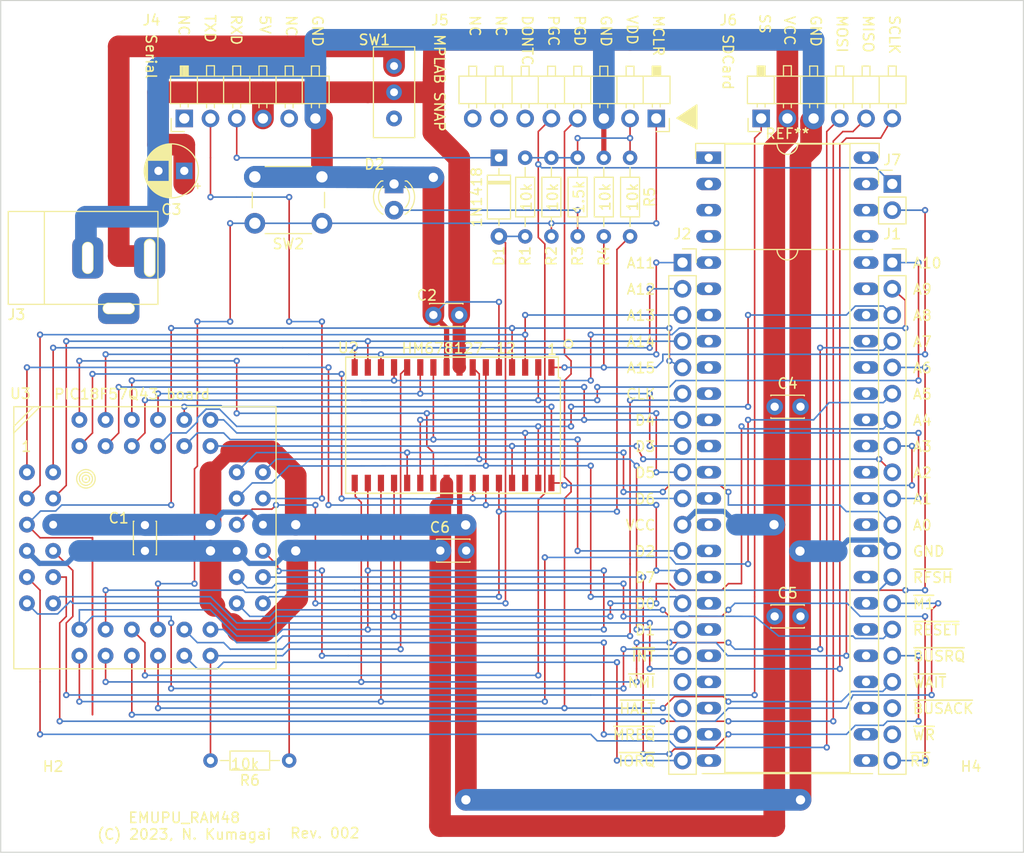
<source format=kicad_pcb>
(kicad_pcb (version 20221018) (generator pcbnew)
  (layers (0 "F.Cu" signal) (31 "B.Cu" signal) (34 "B.Paste" user) (35 "F.Paste" user) (36 "B.SilkS" user "B.Silkscreen") (37 "F.SilkS" user "F.Silkscreen") (38 "B.Mask" user) (39 "F.Mask" user) (44 "Edge.Cuts" user))
  (net 0 "")
  (net 1 "VCC")
  (net 2 "Net-(D1-A)")
  (net 3 "Net-(J5-Pin_1)")
  (net 4 "Net-(D2-A)")
  (net 5 "/A16")
  (net 6 "/A10")
  (net 7 "/A13")
  (net 8 "/A15")
  (net 9 "/D0")
  (net 10 "/D1")
  (net 11 "GND")
  (net 12 "/D2")
  (net 13 "/D3")
  (net 14 "/A9")
  (net 15 "/A11")
  (net 16 "/A14")
  (net 17 "/A12")
  (net 18 "/A7")
  (net 19 "/A6")
  (net 20 "/A5")
  (net 21 "/A4")
  (net 22 "/A0")
  (net 23 "/D4")
  (net 24 "/D5")
  (net 25 "/D6")
  (net 26 "/D7")
  (net 27 "/A2")
  (net 28 "/A1")
  (net 29 "/A8")
  (net 30 "/A3")
  (net 31 "Net-(D1-K)")
  (net 32 "/~{RFSH}")
  (net 33 "/~{M1}")
  (net 34 "/~{RESET}")
  (net 35 "/~{BUSRQ}")
  (net 36 "/~{WAIT}")
  (net 37 "/~{BUSAK}")
  (net 38 "/~{WR}")
  (net 39 "/~{RD}")
  (net 40 "/CLK")
  (net 41 "/~{INT}")
  (net 42 "/~{NMI}")
  (net 43 "/~{HALT}")
  (net 44 "/~{MREQ}")
  (net 45 "/~{IORQ}")
  (net 49 "/TEST")
  (net 53 "Net-(SW1-C)")
  (net 54 "Net-(U2-~{WE})")
  (net 55 "Net-(U2-~{OE})")
  (net 56 "Net-(J6-Pin_1)")
  (net 58 "Net-(J6-Pin_4)")
  (net 59 "Net-(J6-Pin_5)")
  (net 60 "Net-(J6-Pin_6)")
  (net 61 "Net-(J4-Pin_2)")
  (footprint "LED_THT:LED_D3.0mm" (layer "F.Cu") (at 121.92 76.2 -90)
    (fp_text reference "D2")
    (fp_text value "LED")
  )
  (footprint "Capacitor_THT:C_Disc_D3.0mm_W2.0mm_P2.50mm" (layer "F.Cu") (at 128.23 88.9 180)
    (fp_text reference "C2")
    (fp_text value "0.1uF")
  )
  (footprint "Resistor_THT:R_Axial_DIN0204_L3.6mm_D1.6mm_P7.62mm_Horizontal" (layer "F.Cu") (at 144.78 73.66 -90)
    (fp_text reference "R5")
    (fp_text value "10k")
  )
  (footprint "Diode_THT:D_DO-35_SOD27_P7.62mm_Horizontal" (layer "F.Cu") (at 132.08 73.66 -90)
    (fp_text reference "D1")
    (fp_text value "1N4148")
  )
  (footprint "0-local:PowerSW_for_SBC_series" (layer "F.Cu") (at 121.92 67.31 -90)
    (fp_text reference "SW1")
    (fp_text value "SW_SPDT")
  )
  (footprint "0-local:DIP-48_W15.24mm_Socket_OvalPad_splitcouryard" (layer "F.Cu") (at 152.4 73.66)
    (fp_text reference "REF**")
    (fp_text value "DIP-48_W15.24mm_Socket_OvalPad_nocourtyard")
  )
  (footprint "MountingHole:MountingHole_3.5mm" (layer "F.Cu") (at 88.9 137.16)
    (fp_text reference "H2")
    (fp_text value "MountingHole")
  )
  (footprint "Connector_PinHeader_2.54mm:PinHeader_1x02_P2.54mm_Vertical" (layer "F.Cu") (at 170.18 76.2)
    (fp_text reference "J7")
    (fp_text value "Conn_01x02_Pin")
  )
  (footprint "Package_SO:TSOP-II-32_21.0x10.2mm_P1.27mm" (layer "F.Cu") (at 127.635 99.58 -90)
    (fp_text reference "U2")
    (fp_text value "HM678127_SOJ32_Arranged")
  )
  (footprint "Resistor_THT:R_Axial_DIN0204_L3.6mm_D1.6mm_P7.62mm_Horizontal" (layer "F.Cu") (at 142.24 81.28 90)
    (fp_text reference "R4")
    (fp_text value "10k")
  )
  (footprint "0-local:PinHeader_1x08_P2.54mm_Rev_Horizontal_Nofoot" (layer "F.Cu") (at 129.474 69.8696 90)
    (fp_text reference "J5")
    (fp_text value "Conn_01x08_Pin")
  )
  (footprint "Capacitor_THT:C_Disc_D3.0mm_W2.0mm_P2.50mm" (layer "F.Cu") (at 158.79 118.11)
    (fp_text reference "C5")
    (fp_text value "0.1uF")
  )
  (footprint "MountingHole:MountingHole_3.5mm" (layer "F.Cu") (at 88.9 71.12)
    (fp_text reference "H5" hide)
    (fp_text value "MountingHole")
  )
  (footprint "Resistor_THT:R_Axial_DIN0204_L3.6mm_D1.6mm_P7.62mm_Horizontal" (layer "F.Cu") (at 111.76 132.08 180)
    (fp_text reference "R6")
    (fp_text value "10k")
  )
  (footprint "MountingHole:MountingHole_3.5mm" (layer "F.Cu") (at 177.8 137.16)
    (fp_text reference "H4")
    (fp_text value "MountingHole")
  )
  (footprint "0-local:Quad-2x6" (layer "F.Cu") (at 86.36 99.06)
    (fp_text reference "U3")
    (fp_text value "PIC18F57Q43-IPT")
  )
  (footprint "Capacitor_THT:C_Disc_D3.0mm_W2.0mm_P2.50mm" (layer "F.Cu") (at 97.79 111.76 90)
    (fp_text reference "C1")
    (fp_text value "0.1uF")
  )
  (footprint "Resistor_THT:R_Axial_DIN0204_L3.6mm_D1.6mm_P7.62mm_Horizontal" (layer "F.Cu") (at 134.62 73.66 -90)
    (fp_text reference "R1")
    (fp_text value "10k")
  )
  (footprint "Resistor_THT:R_Axial_DIN0204_L3.6mm_D1.6mm_P7.62mm_Horizontal" (layer "F.Cu") (at 139.7 73.66 -90)
    (fp_text reference "R3")
    (fp_text value "1.5k")
  )
  (footprint "0-local:PinHeader_1x06_P2.54mm_Horizontal_NoFeet" (layer "F.Cu") (at 101.6 69.85 90)
    (fp_text reference "J4")
    (fp_text value "Conn_01x06_Pin")
  )
  (footprint "Capacitor_THT:C_Disc_D3.0mm_W2.0mm_P2.50mm" (layer "F.Cu") (at 126.405 111.7346)
    (fp_text reference "C6")
    (fp_text value "0.1uF")
  )
  (footprint "Capacitor_THT:C_Disc_D3.0mm_W2.0mm_P2.50mm" (layer "F.Cu") (at 158.79 97.79)
    (fp_text reference "C4")
    (fp_text value "0.1uF")
  )
  (footprint "MountingHole:MountingHole_3.5mm" (layer "F.Cu") (at 177.8 71.12)
    (fp_text reference "H6" hide)
    (fp_text value "MountingHole")
  )
  (footprint "0-local:PinHeader_1x06_P2.54mm_Horizontal_NoFeet" (layer "F.Cu") (at 157.48 69.85 90)
    (fp_text reference "J6")
    (fp_text value "Conn_01x06_Pin")
  )
  (footprint "0-local:SW_PUSH_6mm_H4.3mm" (layer "F.Cu") (at 114.935 80.01 180)
    (fp_text reference "SW2")
    (fp_text value "SW_SPST")
  )
  (footprint "0-local:BARREL_JACK" (layer "F.Cu") (at 92.265 83.366)
    (fp_text reference "J3")
    (fp_text value "Barrel_Jack_Switch")
  )
  (footprint "Connector_PinSocket_2.54mm:PinSocket_1x20_P2.54mm_Vertical" (layer "F.Cu") (at 170.18 83.82)
    (fp_text reference "J1")
    (fp_text value "Conn_01x20_Socket")
  )
  (footprint "Resistor_THT:R_Axial_DIN0204_L3.6mm_D1.6mm_P7.62mm_Horizontal" (layer "F.Cu") (at 137.16 73.66 -90)
    (fp_text reference "R2")
    (fp_text value "10k")
  )
  (footprint "Connector_PinSocket_2.54mm:PinSocket_1x20_P2.54mm_Vertical" (layer "F.Cu") (at 149.86 83.82)
    (fp_text reference "J2")
    (fp_text value "Conn_01x20_Socket")
  )
  (footprint "Capacitor_THT:CP_Radial_D5.0mm_P2.50mm" (layer "F.Cu") (at 101.6 74.93 180)
    (fp_text reference "C3")
    (fp_text value "10uF")
  )
  (gr_line (start 117.235 92.98) (end 137.835 92.98) (stroke (width 0.15)) (layer "F.SilkS"))
  (gr_poly (pts (xy 149.332461 69.820692) (xy 151.237461 70.836692) (xy 151.237461 68.550692)) (stroke (width 0.15)) (fill solid) (layer "F.SilkS"))
  (gr_circle (center 138.811 91.694) (end 138.938 92.075) (stroke (width 0.15)) (fill none) (layer "F.SilkS"))
  (gr_line (start 117.235 106.18) (end 138.035 106.18) (stroke (width 0.15)) (layer "F.SilkS"))
  (gr_line (start 182.88 58.42) (end 182.88 140.97) (stroke (width 0.1)) (layer "Edge.Cuts"))
  (gr_line (start 83.82 140.97) (end 83.82 58.42) (stroke (width 0.1)) (layer "Edge.Cuts"))
  (gr_line (start 182.88 140.97) (end 83.82 140.97) (stroke (width 0.1)) (layer "Edge.Cuts"))
  (gr_line (start 182.88 58.42) (end 83.82 58.42) (stroke (width 0.1)) (layer "Edge.Cuts"))
  (gr_text "A7" (at 172.085 92.075) (layer "F.SilkS") (effects (font (size 1 1)) (justify left bottom)))
  (gr_text "10k" (at 134.747 77.47 90) (layer "F.SilkS") (effects (font (size 1 1))))
  (gr_text "NC" (at 131.7 59.75 -90) (layer "F.SilkS") (effects (font (size 1 1)) (justify left bottom)))
  (gr_text "MPLAB SNAP" (at 125.73 61.595 -90) (layer "F.SilkS") (effects (font (size 1 1)) (justify left bottom)))
  (gr_text "NC" (at 129.16 59.75 -90) (layer "F.SilkS") (effects (font (size 1 1)) (justify left bottom)))
  (gr_text "~{RD}" (at 173.99 132.715) (layer "F.SilkS") (effects (font (size 1 1)) (justify right bottom)))
  (gr_text "SDCard" (at 153.67 61.595 -90) (layer "F.SilkS") (effects (font (size 1 1)) (justify left bottom)))
  (gr_text "DONTC" (at 134.24 59.75 -90) (layer "F.SilkS") (effects (font (size 1 1)) (justify left bottom)))
  (gr_text "A2" (at 172.085 104.775) (layer "F.SilkS") (effects (font (size 1 1)) (justify left bottom)))
  (gr_text "D5" (at 147.32 104.775) (layer "F.SilkS") (effects (font (size 1 1)) (justify right bottom)))
  (gr_text "NC" (at 100.965 59.69 270) (layer "F.SilkS") (effects (font (size 1 1)) (justify left bottom)))
  (gr_text "D1" (at 147.32 120.015) (layer "F.SilkS") (effects (font (size 1 1)) (justify right bottom)))
  (gr_text "VCC" (at 159.639 59.817 -90) (layer "F.SilkS") (effects (font (size 1 1)) (justify left bottom)))
  (gr_text "TXD" (at 103.505 59.69 270) (layer "F.SilkS") (effects (font (size 1 1)) (justify left bottom)))
  (gr_text "A3" (at 172.085 102.235) (layer "F.SilkS") (effects (font (size 1 1)) (justify left bottom)))
  (gr_text "A9" (at 172.085 86.995) (layer "F.SilkS") (effects (font (size 1 1)) (justify left bottom)))
  (gr_text "A10" (at 172.085 84.455) (layer "F.SilkS") (effects (font (size 1 1)) (justify left bottom)))
  (gr_text "~{INT}" (at 147.32 122.555) (layer "F.SilkS") (effects (font (size 1 1)) (justify right bottom)))
  (gr_text "A4" (at 172.085 99.695) (layer "F.SilkS") (effects (font (size 1 1)) (justify left bottom)))
  (gr_text "EMUPU_RAM48\n(C) 2023, N. Kumagai" (at 101.6 138.43) (layer "F.SilkS") (effects (font (size 1 1))))
  (gr_text "10k" (at 137.287 77.47 90) (layer "F.SilkS") (effects (font (size 1 1))))
  (gr_text "~{RESET}" (at 172.085 120.015) (layer "F.SilkS") (effects (font (size 1 1)) (justify left bottom)))
  (gr_text "~{RFSH}" (at 172.085 114.935) (layer "F.SilkS") (effects (font (size 1 1)) (justify left bottom)))
  (gr_text "A13" (at 147.32 89.535) (layer "F.SilkS") (effects (font (size 1 1)) (justify right bottom)))
  (gr_text "10k" (at 142.367 77.47 90) (layer "F.SilkS") (effects (font (size 1 1))))
  (gr_text "10k" (at 145.034 77.47 90) (layer "F.SilkS") (effects (font (size 1 1))))
  (gr_text "NC" (at 111.38 59.75 270) (layer "F.SilkS") (effects (font (size 1 1)) (justify left bottom)))
  (gr_text "D3" (at 147.32 102.235) (layer "F.SilkS") (effects (font (size 1 1)) (justify right bottom)))
  (gr_text "GND" (at 113.919 59.75 -90) (layer "F.SilkS") (effects (font (size 1 1)) (justify left bottom)))
  (gr_text "D4" (at 147.32 99.695) (layer "F.SilkS") (effects (font (size 1 1)) (justify right bottom)))
  (gr_text "10k" (at 106.03 133) (layer "F.SilkS") (effects (font (size 1 1)) (justify left bottom)))
  (gr_text "D0" (at 147.32 117.475) (layer "F.SilkS") (effects (font (size 1 1)) (justify right bottom)))
  (gr_text "A6" (at 172.085 94.615) (layer "F.SilkS") (effects (font (size 1 1)) (justify left bottom)))
  (gr_text "MOSI" (at 164.72 59.75 -90) (layer "F.SilkS") (effects (font (size 1 1)) (justify left bottom)))
  (gr_text "CLK" (at 147.32 97.155) (layer "F.SilkS") (effects (font (size 1 1)) (justify right bottom)))
  (gr_text "5V" (at 108.84 59.75 270) (layer "F.SilkS") (effects (font (size 1 1)) (justify left bottom)))
  (gr_text "SS" (at 158.496 61.722 90) (layer "F.SilkS") (effects (font (size 1 1)) (justify left bottom)))
  (gr_text "SCLK" (at 169.8 59.75 -90) (layer "F.SilkS") (effects (font (size 1 1)) (justify left bottom)))
  (gr_text "GND" (at 162.18 59.75 -90) (layer "F.SilkS") (effects (font (size 1 1)) (justify left bottom)))
  (gr_text "Serial" (at 97.79 61.595 -90) (layer "F.SilkS") (effects (font (size 1 1)) (justify left bottom)))
  (gr_text "GND" (at 172.085 112.395) (layer "F.SilkS") (effects (font (size 1 1)) (justify left bottom)))
  (gr_text "~{BUSRQ}" (at 172.085 122.555) (layer "F.SilkS") (effects (font (size 1 1)) (justify left bottom)))
  (gr_text "GND" (at 141.86 59.75 -90) (layer "F.SilkS") (effects (font (size 1 1)) (justify left bottom)))
  (gr_text "~{WAIT}" (at 172.085 125.095) (layer "F.SilkS") (effects (font (size 1 1)) (justify left bottom)))
  (gr_text "PGC" (at 136.78 59.75 -90) (layer "F.SilkS") (effects (font (size 1 1)) (justify left bottom)))
  (gr_text "PGD" (at 139.32 59.75 -90) (layer "F.SilkS") (effects (font (size 1 1)) (justify left bottom)))
  (gr_text "~{BUSACK}" (at 172.085 127.635) (layer "F.SilkS") (effects (font (size 1 1)) (justify left bottom)))
  (gr_text "~{MREQ}" (at 147.32 130.175) (layer "F.SilkS") (effects (font (size 1 1)) (justify right bottom)))
  (gr_text "A11" (at 147.32 84.455) (layer "F.SilkS") (effects (font (size 1 1)) (justify right bottom)))
  (gr_text "1.5k" (at 139.827 77.47 90) (layer "F.SilkS") (effects (font (size 1 1))))
  (gr_text "A8" (at 172.085 89.535) (layer "F.SilkS") (effects (font (size 1 1)) (justify left bottom)))
  (gr_text "A0" (at 172.085 109.855) (layer "F.SilkS") (effects (font (size 1 1)) (justify left bottom)))
  (gr_text "VCC" (at 147.32 109.855) (layer "F.SilkS") (effects (font (size 1 1)) (justify right bottom)))
  (gr_text "~{HALT}" (at 147.32 127.635) (layer "F.SilkS") (effects (font (size 1 1)) (justify right bottom)))
  (gr_text "MCLR" (at 146.94 59.75 -90) (layer "F.SilkS") (effects (font (size 1 1)) (justify left bottom)))
  (gr_text "~{WR}" (at 172.085 130.175) (layer "F.SilkS") (effects (font (size 1 1)) (justify left bottom)))
  (gr_text "Rev. 002" (at 111.76 139.7) (layer "F.SilkS") (effects (font (size 1 1)) (justify left bottom)))
  (gr_text "VDD" (at 144.4 59.75 -90) (layer "F.SilkS") (effects (font (size 1 1)) (justify left bottom)))
  (gr_text "A12" (at 147.32 86.995) (layer "F.SilkS") (effects (font (size 1 1)) (justify right bottom)))
  (gr_text "D2" (at 147.32 112.395) (layer "F.SilkS") (effects (font (size 1 1)) (justify right bottom)))
  (gr_text "A5" (at 172.085 97.155) (layer "F.SilkS") (effects (font (size 1 1)) (justify left bottom)))
  (gr_text "HM678127-12" (at 122.555 92.71) (layer "F.SilkS") (effects (font (size 1 1)) (justify left bottom)))
  (gr_text "~{IORQ}" (at 147.32 132.715) (layer "F.SilkS") (effects (font (size 1 1)) (justify right bottom)))
  (gr_text "A14" (at 147.32 92.075) (layer "F.SilkS") (effects (font (size 1 1)) (justify right bottom)))
  (gr_text "1" (at 136.652 92.837) (layer "F.SilkS") (effects (font (size 1 1)) (justify left bottom)))
  (gr_text "~{NMI}" (at 147.32 125.095) (layer "F.SilkS") (effects (font (size 1 1)) (justify right bottom)))
  (gr_text "D7" (at 147.32 114.935) (layer "F.SilkS") (effects (font (size 1 1)) (justify right bottom)))
  (gr_text "D6" (at 147.32 107.315) (layer "F.SilkS") (effects (font (size 1 1)) (justify right bottom)))
  (gr_text "A15" (at 147.32 94.615) (layer "F.SilkS") (effects (font (size 1 1)) (justify right bottom)))
  (gr_text "PIC18F57Q43 board" (at 88.9 97.155) (layer "F.SilkS") (effects (font (size 1 1)) (justify left bottom)))
  (gr_text "MISO" (at 167.26 59.75 -90) (layer "F.SilkS") (effects (font (size 1 1)) (justify left bottom)))
  (gr_text "~{M1}" (at 172.085 117.475) (layer "F.SilkS") (effects (font (size 1 1)) (justify left bottom)))
  (gr_text "A1" (at 172.085 107.315) (layer "F.SilkS") (effects (font (size 1 1)) (justify left bottom)))
  (gr_text "RXD" (at 106.045 59.69 -90) (layer "F.SilkS") (effects (font (size 1 1)) (justify left bottom)))
  (segment (start 109.22 67.31) (end 99.06 67.31) (width 2.1) (layer "F.Cu") (net 1))
  (segment (start 144.78 71.755) (end 144.78 73.66) (width 0.1524) (layer "F.Cu") (net 1))
  (segment (start 101.6 76.2) (end 101.6 72.39) (width 2.1) (layer "F.Cu") (net 1))
  (segment (start 128.23 88.9) (end 128.23 73.7) (width 2.1) (layer "F.Cu") (net 1))
  (segment (start 158.75 109.2454) (end 158.75 138.43) (width 2.1) (layer "F.Cu") (net 1))
  (segment (start 126.405 111.7346) (end 126.405 107.5582) (width 2.1) (layer "F.Cu") (net 1))
  (segment (start 144.78 71.755) (end 144.78 69.85) (width 0.1524) (layer "F.Cu") (net 1))
  (segment (start 126.365 138.43) (end 126.405 111.7346) (width 2.1) (layer "F.Cu") (net 1))
  (segment (start 158.75 109.1946) (end 158.75 72.77) (width 2.1) (layer "F.Cu") (net 1))
  (segment (start 109.22 69.85) (end 109.22 67.31) (width 2.1) (layer "F.Cu") (net 1))
  (segment (start 125.799343 62.23) (end 125.729806 67.31) (width 2.1) (layer "F.Cu") (net 1))
  (segment (start 128.23 91.821) (end 128.23 93.95) (width 1.27) (layer "F.Cu") (net 1))
  (segment (start 112.395 111.76) (end 112.543 111.908) (width 2.1) (layer "F.Cu") (net 1))
  (segment (start 106.274 118.847) (end 104.521 117.094) (width 1.27) (layer "F.Cu") (net 1))
  (segment (start 125.729806 67.31) (end 119.38 67.31) (width 2.1) (layer "F.Cu") (net 1))
  (segment (start 106.7776 119.5026) (end 106.7776 119.3506) (width 2.1) (layer "F.Cu") (net 1))
  (segment (start 127.01 106.9532) (end 127.01 105.18) (width 1.27) (layer "F.Cu") (net 1))
  (segment (start 106.7776 119.3506) (end 106.274 118.847) (width 2.1) (layer "F.Cu") (net 1))
  (segment (start 139.7 73.66) (end 139.7 71.755) (width 0.1524) (layer "F.Cu") (net 1))
  (segment (start 101.6 72.39) (end 99.06 72.39) (width 2.1) (layer "F.Cu") (net 1))
  (segment (start 144.78 62.23) (end 125.799343 62.23) (width 2.1) (layer "F.Cu") (net 1))
  (segment (start 104.14 111.76) (end 104.14 116.713) (width 2.1) (layer "F.Cu") (net 1))
  (segment (start 104.14 116.713) (end 104.521 117.094) (width 2.1) (layer "F.Cu") (net 1))
  (segment (start 126.405 107.5582) (end 127.01 106.9532) (width 1.27) (layer "F.Cu") (net 1))
  (segment (start 160.02 62.23) (end 160.02 69.85) (width 2.1) (layer "F.Cu") (net 1))
  (segment (start 111.76 132.08) (end 111.76 117.475) (width 0.1524) (layer "F.Cu") (net 1))
  (segment (start 158.75 138.43) (end 126.365 138.43) (width 2.1) (layer "F.Cu") (net 1))
  (segment (start 119.38 67.31) (end 109.22 67.31) (width 2.1) (layer "F.Cu") (net 1))
  (segment (start 125.729806 71.199806) (end 125.729806 67.31) (width 2.1) (layer "F.Cu") (net 1))
  (segment (start 158.7246 109.22) (end 158.75 109.1946) (width 2.1) (layer "F.Cu") (net 1))
  (segment (start 111.76 117.475) (end 111.591663 117.306663) (width 0.1524) (layer "F.Cu") (net 1))
  (segment (start 158.75 72.77) (end 160.02 71.5) (width 2.1) (layer "F.Cu") (net 1))
  (segment (start 158.7246 109.22) (end 158.75 109.2454) (width 2.1) (layer "F.Cu") (net 1))
  (segment (start 160.02 71.5) (end 160.02 69.85) (width 2.1) (layer "F.Cu") (net 1))
  (segment (start 128.23 88.9) (end 128.23 91.821) (width 1.27) (layer "F.Cu") (net 1))
  (segment (start 109.395727 119.5026) (end 106.7776 119.5026) (width 2.1) (layer "F.Cu") (net 1))
  (segment (start 112.543 111.908) (end 112.543 116.355327) (width 2.1) (layer "F.Cu") (net 1))
  (segment (start 128.23 73.7) (end 125.729806 71.199806) (width 2.1) (layer "F.Cu") (net 1))
  (segment (start 144.78 62.23) (end 160.02 62.23) (width 2.1) (layer "F.Cu") (net 1))
  (segment (start 111.591663 117.306663) (end 109.395727 119.5026) (width 2.1) (layer "F.Cu") (net 1))
  (segment (start 99.06 72.39) (end 99.06 67.31) (width 2.1) (layer "F.Cu") (net 1))
  (segment (start 128.23 93.95) (end 128.26 93.98) (width 1.27) (layer "F.Cu") (net 1))
  (segment (start 112.543 116.355327) (end 111.591663 117.306663) (width 2.1) (layer "F.Cu") (net 1))
  (via (at 104.14 111.76) (size 1.27) (drill 0.9) (layers "F.Cu" "B.Cu") (net 1))
  (via (at 139.7 71.755) (size 0.61) (drill 0.3) (layers "F.Cu" "B.Cu") (net 1))
  (via (at 158.7246 109.22) (size 1.27) (drill 0.9) (layers "F.Cu" "B.Cu") (net 1))
  (via (at 112.395 111.76) (size 1.27) (drill 0.9) (layers "F.Cu" "B.Cu") (net 1))
  (via (at 144.78 71.755) (size 0.61) (drill 0.3) (layers "F.Cu" "B.Cu") (net 1))
  (segment (start 153.8986 107.9246) (end 155.1178 109.1438) (width 0.508) (layer "B.Cu") (net 1))
  (segment (start 112.4204 111.7346) (end 112.395 111.76) (width 2.1) (layer "B.Cu") (net 1))
  (segment (start 87.571 112.971) (end 90.229 112.971) (width 0.508) (layer "B.Cu") (net 1))
  (segment (start 151.1554 107.9246) (end 153.8986 107.9246) (width 0.508) (layer "B.Cu") (net 1))
  (segment (start 112.395 111.76) (end 112.3696 111.7346) (width 2.1) (layer "B.Cu") (net 1))
  (segment (start 104.14 111.76) (end 91.44 111.76) (width 2.1) (layer "B.Cu") (net 1))
  (segment (start 139.7 71.755) (end 144.78 71.755) (width 0.1524) (layer "B.Cu") (net 1))
  (segment (start 106.68 111.76) (end 104.14 111.76) (width 2.1) (layer "B.Cu") (net 1))
  (segment (start 90.229 112.971) (end 91.44 111.76) (width 0.508) (layer "B.Cu") (net 1))
  (segment (start 158.7246 109.22) (end 155.1178 109.22) (width 2.1) (layer "B.Cu") (net 1))
  (segment (start 149.86 109.22) (end 151.1554 107.9246) (width 0.508) (layer "B.Cu") (net 1))
  (segment (start 86.36 111.76) (end 87.571 112.971) (width 0.508) (layer "B.Cu") (net 1))
  (segment (start 126.405 111.7346) (end 112.4204 111.7346) (width 2.1) (layer "B.Cu") (net 1))
  (segment (start 110.4728 112.971) (end 107.891 112.971) (width 0.508) (layer "B.Cu") (net 1))
  (segment (start 107.891 112.971) (end 106.68 111.76) (width 0.508) (layer "B.Cu") (net 1))
  (segment (start 155.1178 109.1438) (end 155.1178 109.22) (width 0.508) (layer "B.Cu") (net 1))
  (segment (start 111.7092 111.7346) (end 110.4728 112.971) (width 0.508) (layer "B.Cu") (net 1))
  (segment (start 137.16 73.66) (end 134.62 73.66) (width 0.1524) (layer "B.Cu") (net 1))
  (segment (start 112.3696 111.7346) (end 111.7092 111.7346) (width 2.1) (layer "B.Cu") (net 1))
  (segment (start 137.16 73.66) (end 139.7 73.66) (width 0.1524) (layer "B.Cu") (net 1))
  (segment (start 132.715 81.915) (end 132.715 116.84) (width 0.1524) (layer "F.Cu") (net 2))
  (segment (start 106.68 109.22) (end 107.315 108.585) (width 0.1524) (layer "F.Cu") (net 2))
  (segment (start 107.315 108.585) (end 108.1868 107.7132) (width 0.1524) (layer "F.Cu") (net 2))
  (segment (start 110.0918 107.7132) (end 110.49 107.315) (width 0.1524) (layer "F.Cu") (net 2))
  (segment (start 107.315 108.585) (end 107.7132 108.1868) (width 0.1524) (layer "F.Cu") (net 2))
  (segment (start 132.08 81.28) (end 132.715 81.915) (width 0.1524) (layer "F.Cu") (net 2))
  (segment (start 108.1868 107.7132) (end 110.0918 107.7132) (width 0.1524) (layer "F.Cu") (net 2))
  (segment (start 107.8394 108.0606) (end 106.68 109.22) (width 0.1524) (layer "F.Cu") (net 2))
  (segment (start 114.3 116.84) (end 114.3 107.315) (width 0.1524) (layer "F.Cu") (net 2))
  (via (at 114.3 107.315) (size 0.61) (drill 0.3) (layers "F.Cu" "B.Cu") (net 2))
  (via (at 132.715 116.84) (size 0.61) (drill 0.3) (layers "F.Cu" "B.Cu") (net 2))
  (via (at 110.49 107.315) (size 0.61) (drill 0.3) (layers "F.Cu" "B.Cu") (net 2))
  (via (at 114.3 116.84) (size 0.61) (drill 0.3) (layers "F.Cu" "B.Cu") (net 2))
  (segment (start 114.3 116.84) (end 132.715 116.84) (width 0.1524) (layer "B.Cu") (net 2))
  (segment (start 132.08 81.28) (end 134.62 81.28) (width 0.1524) (layer "B.Cu") (net 2))
  (segment (start 110.49 107.315) (end 114.3 107.315) (width 0.1524) (layer "B.Cu") (net 2))
  (segment (start 106.045 89.535) (end 106.045 80.01) (width 0.1524) (layer "F.Cu") (net 3))
  (segment (start 102.5905 114.935) (end 102.5905 103.821041) (width 0.1524) (layer "F.Cu") (net 3))
  (segment (start 99.06 114.935) (end 99.06 119.38) (width 0.1524) (layer "F.Cu") (net 3))
  (segment (start 102.5905 103.821041) (end 102.87 103.541541) (width 0.1524) (layer "F.Cu") (net 3))
  (segment (start 102.87 103.541541) (end 102.87 89.535) (width 0.1524) (layer "F.Cu") (net 3))
  (segment (start 137.16 80.01) (end 137.16 81.28) (width 0.1524) (layer "F.Cu") (net 3))
  (segment (start 147.32 80.01) (end 147.32 69.85) (width 0.1524) (layer "F.Cu") (net 3))
  (via (at 106.045 89.535) (size 0.61) (drill 0.3) (layers "F.Cu" "B.Cu") (net 3))
  (via (at 106.045 80.01) (size 0.61) (drill 0.3) (layers "F.Cu" "B.Cu") (net 3))
  (via (at 102.87 89.535) (size 0.61) (drill 0.3) (layers "F.Cu" "B.Cu") (net 3))
  (via (at 102.5905 114.935) (size 0.61) (drill 0.3) (layers "F.Cu" "B.Cu") (net 3))
  (via (at 137.16 80.01) (size 0.61) (drill 0.3) (layers "F.Cu" "B.Cu") (net 3))
  (via (at 99.06 114.935) (size 0.61) (drill 0.3) (layers "F.Cu" "B.Cu") (net 3))
  (via (at 147.32 80.01) (size 0.61) (drill 0.3) (layers "F.Cu" "B.Cu") (net 3))
  (segment (start 99.06 114.935) (end 102.5905 114.935) (width 0.1524) (layer "B.Cu") (net 3))
  (segment (start 106.045 80.01) (end 108.435 80.01) (width 0.1524) (layer "B.Cu") (net 3))
  (segment (start 137.16 80.01) (end 147.32 80.01) (width 0.1524) (layer "B.Cu") (net 3))
  (segment (start 114.935 80.01) (end 137.16 80.01) (width 0.1524) (layer "B.Cu") (net 3))
  (segment (start 108.435 80.01) (end 114.935 80.01) (width 0.1524) (layer "B.Cu") (net 3))
  (segment (start 102.87 89.535) (end 106.045 89.535) (width 0.1524) (layer "B.Cu") (net 3))
  (segment (start 139.7 78.74) (end 139.7 81.28) (width 0.1524) (layer "F.Cu") (net 4))
  (via (at 139.7 78.74) (size 0.61) (drill 0.3) (layers "F.Cu" "B.Cu") (net 4))
  (segment (start 121.92 78.74) (end 139.7 78.74) (width 0.1524) (layer "B.Cu") (net 4))
  (segment (start 142.24 81.28) (end 142.24 93.98) (width 0.1524) (layer "F.Cu") (net 5))
  (segment (start 173.355 78.781762) (end 173.355 78.74) (width 0.1524) (layer "F.Cu") (net 5))
  (segment (start 173.355 92.71) (end 173.355 78.82554) (width 0.1524) (layer "F.Cu") (net 5))
  (segment (start 173.333111 78.803651) (end 173.355 78.781762) (width 0.1524) (layer "F.Cu") (net 5))
  (segment (start 173.355 78.82554) (end 173.333111 78.803651) (width 0.1524) (layer "F.Cu") (net 5))
  (segment (start 137.16 93.98) (end 138.43 93.98) (width 0.1524) (layer "F.Cu") (net 5))
  (via (at 173.355 92.71) (size 0.61) (drill 0.3) (layers "F.Cu" "B.Cu") (net 5))
  (via (at 173.355 78.74) (size 0.61) (drill 0.3) (layers "F.Cu" "B.Cu") (net 5))
  (via (at 142.24 93.98) (size 0.61) (drill 0.3) (layers "F.Cu" "B.Cu") (net 5))
  (via (at 138.43 93.98) (size 0.61) (drill 0.3) (layers "F.Cu" "B.Cu") (net 5))
  (segment (start 147.32 93.98) (end 147.955 93.345) (width 0.1524) (layer "B.Cu") (net 5))
  (segment (start 147.955 93.345) (end 147.955 92.71) (width 0.1524) (layer "B.Cu") (net 5))
  (segment (start 170.18 78.74) (end 173.355 78.74) (width 0.1524) (layer "B.Cu") (net 5))
  (segment (start 147.955 92.71) (end 173.355 92.71) (width 0.1524) (layer "B.Cu") (net 5))
  (segment (start 138.43 93.98) (end 147.32 93.98) (width 0.1524) (layer "B.Cu") (net 5))
  (segment (start 97.79 97.155) (end 97.79 100.33) (width 0.1524) (layer "F.Cu") (net 6))
  (segment (start 141.605 95.885) (end 141.605 97.155) (width 0.1524) (layer "F.Cu") (net 6))
  (segment (start 97.79 100.33) (end 96.52 101.6) (width 0.1524) (layer "F.Cu") (net 6))
  (segment (start 135.89 93.98) (end 135.89 97.155) (width 0.1524) (layer "F.Cu") (net 6))
  (segment (start 172.72 95.25) (end 172.72 83.82) (width 0.1524) (layer "F.Cu") (net 6))
  (via (at 141.605 97.155) (size 0.61) (drill 0.3) (layers "F.Cu" "B.Cu") (net 6))
  (via (at 97.79 97.155) (size 0.61) (drill 0.3) (layers "F.Cu" "B.Cu") (net 6))
  (via (at 172.72 95.25) (size 0.61) (drill 0.3) (layers "F.Cu" "B.Cu") (net 6))
  (via (at 141.605 95.885) (size 0.61) (drill 0.3) (layers "F.Cu" "B.Cu") (net 6))
  (via (at 135.89 97.155) (size 0.61) (drill 0.3) (layers "F.Cu" "B.Cu") (net 6))
  (via (at 172.72 83.82) (size 0.61) (drill 0.3048) (layers "F.Cu" "B.Cu") (net 6))
  (segment (start 149.225 95.25) (end 172.72 95.25) (width 0.1524) (layer "B.Cu") (net 6))
  (segment (start 148.59 95.885) (end 149.225 95.25) (width 0.1524) (layer "B.Cu") (net 6))
  (segment (start 119.253 97.155) (end 135.89 97.155) (width 0.1524) (layer "B.Cu") (net 6))
  (segment (start 172.72 83.82) (end 170.18 83.82) (width 0.1524) (layer "B.Cu") (net 6))
  (segment (start 141.605 97.155) (end 118.745 97.155) (width 0.1524) (layer "B.Cu") (net 6))
  (segment (start 118.745 97.155) (end 119.253 97.155) (width 0.1524) (layer "B.Cu") (net 6))
  (segment (start 141.605 95.885) (end 148.59 95.885) (width 0.1524) (layer "B.Cu") (net 6))
  (segment (start 97.79 97.155) (end 119.253 97.155) (width 0.1524) (layer "B.Cu") (net 6))
  (segment (start 87.63 105.41) (end 87.63 90.805) (width 0.1524) (layer "F.Cu") (net 7))
  (segment (start 134.62 90.805) (end 134.62 93.98) (width 0.1524) (layer "F.Cu") (net 7))
  (segment (start 86.36 106.68) (end 87.63 105.41) (width 0.1524) (layer "F.Cu") (net 7))
  (segment (start 134.62 90.805) (end 134.62 88.9) (width 0.1524) (layer "F.Cu") (net 7))
  (via (at 134.62 88.9) (size 0.61) (drill 0.3) (layers "F.Cu" "B.Cu") (net 7))
  (via (at 87.63 90.805) (size 0.61) (drill 0.3) (layers "F.Cu" "B.Cu") (net 7))
  (via (at 134.62 90.805) (size 0.61) (drill 0.3) (layers "F.Cu" "B.Cu") (net 7))
  (segment (start 87.63 90.805) (end 134.62 90.805) (width 0.1524) (layer "B.Cu") (net 7))
  (segment (start 134.62 88.9) (end 149.86 88.9) (width 0.1524) (layer "B.Cu") (net 7))
  (segment (start 92.71 122.936) (end 92.71 110.49) (width 0.1524) (layer "F.Cu") (net 8))
  (segment (start 92.71 127.635) (end 92.71 122.936) (width 0.1524) (layer "F.Cu") (net 8))
  (segment (start 100.33 107.315) (end 100.33 90.17) (width 0.1524) (layer "F.Cu") (net 8))
  (segment (start 87.63 110.49) (end 86.36 109.22) (width 0.1524) (layer "F.Cu") (net 8))
  (segment (start 148.59 90.17) (end 148.59 93.345) (width 0.1524) (layer "F.Cu") (net 8))
  (segment (start 92.71 127.635) (end 92.71 110.49) (width 0.1524) (layer "F.Cu") (net 8))
  (segment (start 133.35 90.17) (end 133.35 93.98) (width 0.1524) (layer "F.Cu") (net 8))
  (segment (start 92.71 110.49) (end 87.63 110.49) (width 0.1524) (layer "F.Cu") (net 8))
  (via (at 148.59 90.17) (size 0.61) (drill 0.3) (layers "F.Cu" "B.Cu") (net 8))
  (via (at 100.33 90.17) (size 0.61) (drill 0.3) (layers "F.Cu" "B.Cu") (net 8))
  (via (at 148.59 93.345) (size 0.61) (drill 0.3) (layers "F.Cu" "B.Cu") (net 8))
  (via (at 133.35 90.17) (size 0.61) (drill 0.3) (layers "F.Cu" "B.Cu") (net 8))
  (via (at 100.33 107.315) (size 0.61) (drill 0.3) (layers "F.Cu" "B.Cu") (net 8))
  (segment (start 87.63 107.95) (end 87.6812 107.8988) (width 0.1524) (layer "B.Cu") (net 8))
  (segment (start 142.24 90.17) (end 133.35 90.17) (width 0.1524) (layer "B.Cu") (net 8))
  (segment (start 148.59 90.17) (end 142.24 90.17) (width 0.1524) (layer "B.Cu") (net 8))
  (segment (start 89.142366 107.8988) (end 89.726166 107.315) (width 0.1524) (layer "B.Cu") (net 8))
  (segment (start 100.33 90.17) (end 133.35 90.17) (width 0.1524) (layer "B.Cu") (net 8))
  (segment (start 148.59 93.345) (end 149.86 93.98) (width 0.1524) (layer "B.Cu") (net 8))
  (segment (start 86.36 109.22) (end 87.63 107.95) (width 0.1524) (layer "B.Cu") (net 8))
  (segment (start 87.6812 107.8988) (end 89.142366 107.8988) (width 0.1524) (layer "B.Cu") (net 8))
  (segment (start 89.726166 107.315) (end 100.33 107.315) (width 0.1524) (layer "B.Cu") (net 8))
  (segment (start 140.97 116.205) (end 140.97 103.505) (width 0.1524) (layer "F.Cu") (net 9))
  (segment (start 130.81 93.98) (end 130.81 103.505) (width 0.1524) (layer "F.Cu") (net 9))
  (via (at 140.97 103.505) (size 0.61) (drill 0.3) (layers "F.Cu" "B.Cu") (net 9))
  (via (at 130.81 103.505) (size 0.61) (drill 0.3) (layers "F.Cu" "B.Cu") (net 9))
  (via (at 140.97 116.205) (size 0.61) (drill 0.3) (layers "F.Cu" "B.Cu") (net 9))
  (segment (start 149.225 116.205) (end 149.86 116.84) (width 0.1524) (layer "B.Cu") (net 9))
  (segment (start 110.0918 105.1732) (end 111.76 103.505) (width 0.1524) (layer "B.Cu") (net 9))
  (segment (start 106.68 106.68) (end 108.1868 105.1732) (width 0.1524) (layer "B.Cu") (net 9))
  (segment (start 130.81 103.505) (end 140.97 103.505) (width 0.1524) (layer "B.Cu") (net 9))
  (segment (start 140.97 116.205) (end 149.225 116.205) (width 0.1524) (layer "B.Cu") (net 9))
  (segment (start 108.1868 105.1732) (end 110.0918 105.1732) (width 0.1524) (layer "B.Cu") (net 9))
  (segment (start 111.790344 103.535344) (end 130.81 103.505) (width 0.1524) (layer "B.Cu") (net 9))
  (segment (start 111.76 103.505) (end 111.790344 103.535344) (width 0.1524) (layer "B.Cu") (net 9))
  (segment (start 145.415 103.505) (end 145.415 119.38) (width 0.1524) (layer "F.Cu") (net 10))
  (segment (start 129.54 93.98) (end 130.175 94.615) (width 0.1524) (layer "F.Cu") (net 10))
  (segment (start 130.175 94.615) (end 130.175 102.87) (width 0.1524) (layer "F.Cu") (net 10))
  (via (at 145.415 119.38) (size 0.61) (drill 0.3) (layers "F.Cu" "B.Cu") (net 10))
  (via (at 145.415 103.505) (size 0.61) (drill 0.3) (layers "F.Cu" "B.Cu") (net 10))
  (via (at 130.175 102.87) (size 0.61) (drill 0.3) (layers "F.Cu" "B.Cu") (net 10))
  (segment (start 145.415 103.505) (end 144.78 102.87) (width 0.1524) (layer "B.Cu") (net 10))
  (segment (start 109.22 104.14) (end 110.49 102.87) (width 0.1524) (layer "B.Cu") (net 10))
  (segment (start 144.78 102.87) (end 130.175 102.87) (width 0.1524) (layer "B.Cu") (net 10))
  (segment (start 110.49 102.87) (end 130.175 102.87) (width 0.1524) (layer "B.Cu") (net 10))
  (segment (start 145.415 119.38) (end 149.86 119.38) (width 0.1524) (layer "B.Cu") (net 10))
  (segment (start 161.29 135.89) (end 161.2392 111.7854) (width 2.1) (layer "F.Cu") (net 11))
  (segment (start 128.27 107.7468) (end 128.27 108.6612) (width 0.508) (layer "F.Cu") (net 11))
  (segment (start 127.01 93.98) (end 127.01 90.18) (width 0.508) (layer "F.Cu") (net 11))
  (segment (start 161.288362 73.66) (end 162.315 72.633362) (width 2.1) (layer "F.Cu") (net 11))
  (segment (start 110.051327 102.133) (end 106.147 102.133) (width 2.1) (layer "F.Cu") (net 11))
  (segment (start 162.315 70.095) (end 162.56 69.85) (width 2.1) (layer "F.Cu") (net 11))
  (segment (start 114.3 69.85) (end 114.935 69.85) (width 2.1) (layer "F.Cu") (net 11))
  (segment (start 104.14 104.14) (end 104.14 109.22) (width 2.1) (layer "F.Cu") (net 11))
  (segment (start 106.147 102.133) (end 104.14 104.14) (width 1.27) (layer "F.Cu") (net 11))
  (segment (start 112.395 104.476673) (end 110.051327 102.133) (width 2.1) (layer "F.Cu") (net 11))
  (segment (start 161.2392 111.7854) (end 161.288362 73.66) (width 2.1) (layer "F.Cu") (net 11))
  (segment (start 114.935 69.85) (end 114.935 75.51) (width 2.1) (layer "F.Cu") (net 11))
  (segment (start 142.24 69.85) (end 142.24 73.66) (width 0.5) (layer "F.Cu") (net 11))
  (segment (start 127.01 90.18) (end 125.73 88.9) (width 0.508) (layer "F.Cu") (net 11))
  (segment (start 125.73 88.9) (end 125.73 75.565) (width 2.1) (layer "F.Cu") (net 11))
  (segment (start 112.395 109.22) (end 112.395 104.476673) (width 2.1) (layer "F.Cu") (net 11))
  (segment (start 162.315 72.633362) (end 162.315 70.095) (width 2.1) (layer "F.Cu") (net 11))
  (segment (start 128.27 108.6612) (end 128.8542 109.2454) (width 0.508) (layer "F.Cu") (net 11))
  (segment (start 128.26 105.18) (end 128.27 107.7468) (width 0.508) (layer "F.Cu") (net 11))
  (segment (start 132.08 93.98) (end 132.08 87.63) (width 0.1524) (layer "F.Cu") (net 11))
  (segment (start 128.8542 109.2454) (end 128.878555 135.89) (width 2.1) (layer "F.Cu") (net 11))
  (via (at 112.395 109.22) (size 1.27) (drill 0.9) (layers "F.Cu" "B.Cu") (net 11))
  (via (at 128.878555 135.89) (size 1.27) (drill 0.9) (layers "F.Cu" "B.Cu") (net 11))
  (via (at 128.8542 109.2454) (size 1.27) (drill 0.9) (layers "F.Cu" "B.Cu") (net 11))
  (via (at 125.73 75.565) (size 1.27) (drill 0.9) (layers "F.Cu" "B.Cu") (net 11))
  (via (at 161.2392 111.7854) (size 1.27) (drill 0.9) (layers "F.Cu" "B.Cu") (net 11))
  (via (at 104.14 109.22) (size 1.27) (drill 0.9) (layers "F.Cu" "B.Cu") (net 11))
  (via (at 132.08 87.63) (size 0.61) (drill 0.3) (layers "F.Cu" "B.Cu") (net 11))
  (via (at 161.29 135.89) (size 1.27) (drill 0.9) (layers "F.Cu" "B.Cu") (net 11))
  (segment (start 164.7698 111.7854) (end 164.7952 111.8108) (width 2.1) (layer "B.Cu") (net 11))
  (segment (start 128.878555 135.89) (end 161.29 135.89) (width 2.1) (layer "B.Cu") (net 11))
  (segment (start 161.2392 111.7854) (end 164.7698 111.7854) (width 2.1) (layer "B.Cu") (net 11))
  (segment (start 108.009 108.009) (end 109.22 109.22) (width 0.508) (layer "B.Cu") (net 11))
  (segment (start 99.06 79.375) (end 92.075 79.375) (width 2.1) (layer "B.Cu") (net 11))
  (segment (start 108.435 75.51) (end 114.935 75.51) (width 2.1) (layer "B.Cu") (net 11))
  (segment (start 169.131 110.711) (end 170.18 111.76) (width 0.508) (layer "B.Cu") (net 11))
  (segment (start 127 87.63) (end 125.73 88.9) (width 0.1524) (layer "B.Cu") (net 11))
  (segment (start 104.14 109.22) (end 105.351 108.009) (width 0.508) (layer "B.Cu") (net 11))
  (segment (start 112.395 109.22) (end 128.8542 109.2454) (width 2.1) (layer "B.Cu") (net 11))
  (segment (start 108.435 75.51) (end 121.793 75.55248) (width 2.1) (layer "B.Cu") (net 11))
  (segment (start 99.06 76.29) (end 99.06 64.95) (width 2.1) (layer "B.Cu") (net 11))
  (segment (start 165.895 110.711) (end 169.131 110.711) (width 0.508) (layer "B.Cu") (net 11))
  (segment (start 142.24 62.23) (end 142.24 69.85) (width 2.1) (layer "B.Cu") (net 11))
  (segment (start 88.9 109.22) (end 104.14 109.22) (width 2.1) (layer "B.Cu") (net 11))
  (segment (start 99.06 64.95) (end 114.3 64.95) (width 2.1) (layer "B.Cu") (net 11))
  (segment (start 99.1 74.93) (end 99.06 79.375) (width 2.1) (layer "B.Cu") (net 11))
  (segment (start 92.075 79.375) (end 92.075 83.19) (width 2.1) (layer "B.Cu") (net 11))
  (segment (start 125.73 75.565) (end 108.435 75.51) (width 2.1) (layer "B.Cu") (net 11))
  (segment (start 104.14 109.22) (end 97.79 109.26) (width 2.1) (layer "B.Cu") (net 11))
  (segment (start 109.22 109.22) (end 112.395 109.22) (width 2.1) (layer "B.Cu") (net 11))
  (segment (start 92.075 83.19) (end 92.25 83.365) (width 2.1) (layer "B.Cu") (net 11))
  (segment (start 114.3 69.85) (end 114.3 62.23) (width 2.1) (layer "B.Cu") (net 11))
  (segment (start 132.08 87.63) (end 127 87.63) (width 0.1524) (layer "B.Cu") (net 11))
  (segment (start 164.7952 111.8108) (end 165.895 110.711) (width 0.508) (layer "B.Cu") (net 11))
  (segment (start 162.56 62.23) (end 114.3 62.23) (width 2.1) (layer "B.Cu") (net 11))
  (segment (start 162.56 69.85) (end 162.56 62.23) (width 2.1) (layer "B.Cu") (net 11))
  (segment (start 105.351 108.009) (end 108.009 108.009) (width 0.508) (layer "B.Cu") (net 11))
  (segment (start 125.73 93.98) (end 125.73 100.965) (width 0.1524) (layer "F.Cu") (net 12))
  (segment (start 139.7 100.965) (end 139.7 111.76) (width 0.1524) (layer "F.Cu") (net 12))
  (via (at 139.7 111.76) (size 0.61) (drill 0.3) (layers "F.Cu" "B.Cu") (net 12))
  (via (at 125.73 100.965) (size 0.61) (drill 0.3) (layers "F.Cu" "B.Cu") (net 12))
  (via (at 139.7 100.965) (size 0.61) (drill 0.3) (layers "F.Cu" "B.Cu") (net 12))
  (segment (start 139.7 100.965) (end 106.045 100.965) (width 0.1524) (layer "B.Cu") (net 12))
  (segment (start 102.87 100.33) (end 101.6 101.6) (width 0.1524) (layer "B.Cu") (net 12))
  (segment (start 139.7 111.76) (end 149.86 111.76) (width 0.1524) (layer "B.Cu") (net 12))
  (segment (start 105.41 100.33) (end 102.87 100.33) (width 0.1524) (layer "B.Cu") (net 12))
  (segment (start 106.045 100.965) (end 105.41 100.33) (width 0.1524) (layer "B.Cu") (net 12))
  (segment (start 99.06 99.06) (end 99.06 96.52) (width 0.1524) (layer "F.Cu") (net 13))
  (segment (start 124.46 93.98) (end 124.46 96.52) (width 0.1524) (layer "F.Cu") (net 13))
  (segment (start 146.685 96.52) (end 146.685 101.6) (width 0.1524) (layer "F.Cu") (net 13))
  (via (at 146.685 101.6) (size 0.61) (drill 0.3) (layers "F.Cu" "B.Cu") (net 13))
  (via (at 124.46 96.52) (size 0.61) (drill 0.3) (layers "F.Cu" "B.Cu") (net 13))
  (via (at 99.06 96.52) (size 0.61) (drill 0.3) (layers "F.Cu" "B.Cu") (net 13))
  (via (at 146.685 96.52) (size 0.61) (drill 0.3) (layers "F.Cu" "B.Cu") (net 13))
  (segment (start 146.685 101.6) (end 149.86 101.6) (width 0.1524) (layer "B.Cu") (net 13))
  (segment (start 124.46 96.52) (end 146.685 96.52) (width 0.1524) (layer "B.Cu") (net 13))
  (segment (start 99.06 96.52) (end 124.46 96.52) (width 0.1524) (layer "B.Cu") (net 13))
  (segment (start 140.97 95.25) (end 140.97 90.805) (width 0.1524) (layer "F.Cu") (net 14))
  (segment (start 171.45 90.17) (end 171.45 87.4812) (width 0.1524) (layer "F.Cu") (net 14))
  (segment (start 121.92 93.98) (end 121.92 95.25) (width 0.1524) (layer "F.Cu") (net 14))
  (segment (start 171.45 87.4812) (end 170.18 86.36) (width 0.1524) (layer "F.Cu") (net 14))
  (segment (start 96.52 99.06) (end 96.52 95.25) (width 0.1524) (layer "F.Cu") (net 14))
  (via (at 96.52 95.25) (size 0.61) (drill 0.3) (layers "F.Cu" "B.Cu") (net 14))
  (via (at 171.45 90.17) (size 0.61) (drill 0.3) (layers "F.Cu" "B.Cu") (net 14))
  (via (at 121.92 95.25) (size 0.61) (drill 0.3) (layers "F.Cu" "B.Cu") (net 14))
  (via (at 140.97 95.25) (size 0.61) (drill 0.3) (layers "F.Cu" "B.Cu") (net 14))
  (via (at 140.97 90.805) (size 0.61) (drill 0.3) (layers "F.Cu" "B.Cu") (net 14))
  (segment (start 140.97 90.805) (end 148.845083 90.805) (width 0.1524) (layer "B.Cu") (net 14))
  (segment (start 148.845083 90.805) (end 149.544383 90.17) (width 0.1524) (layer "B.Cu") (net 14))
  (segment (start 96.52 95.25) (end 122.682 95.25) (width 0.1524) (layer "B.Cu") (net 14))
  (segment (start 149.544383 90.17) (end 171.45 90.17) (width 0.1524) (layer "B.Cu") (net 14))
  (segment (start 122.682 95.25) (end 140.97 95.25) (width 0.1524) (layer "B.Cu") (net 14))
  (segment (start 147.32 92.71) (end 147.32 83.82) (width 0.1524) (layer "F.Cu") (net 15))
  (segment (start 120.65 92.71) (end 120.65 93.98) (width 0.1524) (layer "F.Cu") (net 15))
  (segment (start 93.98 99.06) (end 93.98 92.71) (width 0.1524) (layer "F.Cu") (net 15))
  (via (at 93.98 92.71) (size 0.61) (drill 0.3) (layers "F.Cu" "B.Cu") (net 15))
  (via (at 147.32 83.82) (size 0.61) (drill 0.3) (layers "F.Cu" "B.Cu") (net 15))
  (via (at 147.32 92.71) (size 0.61) (drill 0.3) (layers "F.Cu" "B.Cu") (net 15))
  (via (at 120.65 92.71) (size 0.61) (drill 0.3) (layers "F.Cu" "B.Cu") (net 15))
  (segment (start 113.665 92.71) (end 120.65 92.71) (width 0.1524) (layer "B.Cu") (net 15))
  (segment (start 93.98 92.71) (end 113.665 92.71) (width 0.1524) (layer "B.Cu") (net 15))
  (segment (start 147.32 83.82) (end 149.86 83.82) (width 0.1524) (layer "B.Cu") (net 15))
  (segment (start 120.65 92.71) (end 147.32 92.71) (width 0.1524) (layer "B.Cu") (net 15))
  (segment (start 88.9 106.68) (end 90.17 105.41) (width 0.1524) (layer "F.Cu") (net 16))
  (segment (start 90.17 105.41) (end 90.17 91.44) (width 0.1524) (layer "F.Cu") (net 16))
  (segment (start 119.38 91.44) (end 119.38 93.98) (width 0.1524) (layer "F.Cu") (net 16))
  (via (at 119.38 91.44) (size 0.61) (drill 0.3) (layers "F.Cu" "B.Cu") (net 16))
  (via (at 90.17 91.44) (size 0.61) (drill 0.3) (layers "F.Cu" "B.Cu") (net 16))
  (segment (start 90.17 91.44) (end 119.38 91.44) (width 0.1524) (layer "B.Cu") (net 16))
  (segment (start 119.38 91.44) (end 149.86 91.44) (width 0.1524) (layer "B.Cu") (net 16))
  (segment (start 88.9 104.14) (end 88.9 93.98) (width 0.1524) (layer "F.Cu") (net 17))
  (segment (start 88.9 93.98) (end 88.9 92.075) (width 0.1524) (layer "F.Cu") (net 17))
  (segment (start 118.11 92.075) (end 118.11 93.98) (width 0.1524) (layer "F.Cu") (net 17))
  (segment (start 146.685 86.36) (end 146.685 92.075) (width 0.1524) (layer "F.Cu") (net 17))
  (via (at 146.685 86.36) (size 0.61) (drill 0.3) (layers "F.Cu" "B.Cu") (net 17))
  (via (at 118.11 92.075) (size 0.61) (drill 0.3) (layers "F.Cu" "B.Cu") (net 17))
  (via (at 146.685 92.075) (size 0.61) (drill 0.3) (layers "F.Cu" "B.Cu") (net 17))
  (via (at 88.9 92.075) (size 0.61) (drill 0.3) (layers "F.Cu" "B.Cu") (net 17))
  (segment (start 146.685 86.36) (end 149.86 86.36) (width 0.1524) (layer "B.Cu") (net 17))
  (segment (start 118.11 92.075) (end 146.685 92.075) (width 0.1524) (layer "B.Cu") (net 17))
  (segment (start 88.9 92.075) (end 111.125 92.075) (width 0.1524) (layer "B.Cu") (net 17))
  (segment (start 111.125 92.075) (end 118.11 92.075) (width 0.1524) (layer "B.Cu") (net 17))
  (segment (start 148.59 120.65) (end 154.305 120.65) (width 0.1524) (layer "F.Cu") (net 18))
  (segment (start 93.98 121.92) (end 93.98 124.46) (width 0.1524) (layer "F.Cu") (net 18))
  (segment (start 145.415 123.19) (end 145.415 120.65) (width 0.1524) (layer "F.Cu") (net 18))
  (segment (start 118.745 107.061) (end 118.162373 106.478373) (width 0.1524) (layer "F.Cu") (net 18))
  (segment (start 118.745 124.46) (end 118.745 107.061) (width 0.1524) (layer "F.Cu") (net 18))
  (segment (start 118.162373 106.478373) (end 118.162373 106.172) (width 0.1524) (layer "F.Cu") (net 18))
  (segment (start 163.195 92.075) (end 163.195 121.285) (width 0.1524) (layer "F.Cu") (net 18))
  (segment (start 118.162373 106.172) (end 118.11 105.18) (width 0.1524) (layer "F.Cu") (net 18))
  (segment (start 145.415 124.46) (end 145.415 123.19) (width 0.1524) (layer "F.Cu") (net 18))
  (via (at 163.195 121.285) (size 0.61) (drill 0.3) (layers "F.Cu" "B.Cu") (net 18))
  (via (at 145.415 120.65) (size 0.61) (drill 0.3) (layers "F.Cu" "B.Cu") (net 18))
  (via (at 148.59 120.65) (size 0.61) (drill 0.3) (layers "F.Cu" "B.Cu") (net 18))
  (via (at 93.98 124.46) (size 0.61) (drill 0.3) (layers "F.Cu" "B.Cu") (net 18))
  (via (at 118.745 124.46) (size 0.61) (drill 0.3) (layers "F.Cu" "B.Cu") (net 18))
  (via (at 145.415 124.46) (size 0.61) (drill 0.3) (layers "F.Cu" "B.Cu") (net 18))
  (via (at 154.305 120.65) (size 0.61) (drill 0.3) (layers "F.Cu" "B.Cu") (net 18))
  (via (at 163.195 92.075) (size 0.61) (drill 0.3) (layers "F.Cu" "B.Cu") (net 18))
  (segment (start 106.045 124.46) (end 118.745 124.46) (width 0.1524) (layer "B.Cu") (net 18))
  (segment (start 145.415 120.65) (end 148.59 120.65) (width 0.1524) (layer "B.Cu") (net 18))
  (segment (start 166.5554 92.3112) (end 169.3088 92.3112) (width 0.1524) (layer "B.Cu") (net 18))
  (segment (start 163.195 92.075) (end 166.3192 92.075) (width 0.1524) (layer "B.Cu") (net 18))
  (segment (start 93.98 124.46) (end 106.045 124.46) (width 0.1524) (layer "B.Cu") (net 18))
  (segment (start 163.195 121.285) (end 154.94 121.285) (width 0.1524) (layer "B.Cu") (net 18))
  (segment (start 118.745 124.46) (end 145.415 124.46) (width 0.1524) (layer "B.Cu") (net 18))
  (segment (start 154.305 120.65) (end 154.94 121.285) (width 0.1524) (layer "B.Cu") (net 18))
  (segment (start 166.3192 92.075) (end 166.5554 92.3112) (width 0.1524) (layer "B.Cu") (net 18))
  (segment (start 169.3088 92.3112) (end 170.18 91.44) (width 0.1524) (layer "B.Cu") (net 18))
  (segment (start 144.145 125.095) (end 144.145 121.285) (width 0.1524) (layer "F.Cu") (net 19))
  (segment (start 171.45 115.57) (end 165.735 115.57) (width 0.1524) (layer "F.Cu") (net 19))
  (segment (start 142.24 119.38) (end 142.24 113.665) (width 0.1524) (layer "F.Cu") (net 19))
  (segment (start 165.735 115.57) (end 165.735 121.92) (width 0.1524) (layer "F.Cu") (net 19))
  (segment (start 173.355 93.98) (end 173.355 115.57) (width 0.1524) (layer "F.Cu") (net 19))
  (segment (start 100.33 118.745) (end 100.33 125.095) (width 0.1524) (layer "F.Cu") (net 19))
  (segment (start 119.38 113.665) (end 119.38 119.38) (width 0.1524) (layer "F.Cu") (net 19))
  (segment (start 119.38 113.665) (end 119.38 105.18) (width 0.1524) (layer "F.Cu") (net 19))
  (via (at 100.33 118.745) (size 0.61) (drill 0.3) (layers "F.Cu" "B.Cu") (net 19))
  (via (at 119.38 119.38) (size 0.61) (drill 0.3) (layers "F.Cu" "B.Cu") (net 19))
  (via (at 100.33 125.095) (size 0.61) (drill 0.3) (layers "F.Cu" "B.Cu") (net 19))
  (via (at 142.24 113.665) (size 0.61) (drill 0.3) (layers "F.Cu" "B.Cu") (net 19))
  (via (at 144.145 125.095) (size 0.61) (drill 0.3) (layers "F.Cu" "B.Cu") (net 19))
  (via (at 142.24 119.38) (size 0.61) (drill 0.3) (layers "F.Cu" "B.Cu") (net 19))
  (via (at 144.145 121.285) (size 0.61) (drill 0.3) (layers "F.Cu" "B.Cu") (net 19))
  (via (at 171.45 115.57) (size 0.61) (drill 0.3) (layers "F.Cu" "B.Cu") (net 19))
  (via (at 173.355 93.98) (size 0.61) (drill 0.3) (layers "F.Cu" "B.Cu") (net 19))
  (via (at 165.735 121.92) (size 0.61) (drill 0.3) (layers "F.Cu" "B.Cu") (net 19))
  (via (at 173.355 115.57) (size 0.61) (drill 0.3) (layers "F.Cu" "B.Cu") (net 19))
  (via (at 119.38 113.665) (size 0.61) (drill 0.3) (layers "F.Cu" "B.Cu") (net 19))
  (segment (start 106.68 120.015) (end 104.1146 117.475) (width 0.1524) (layer "B.Cu") (net 19))
  (segment (start 173.355 93.98) (end 170.18 93.98) (width 0.1524) (layer "B.Cu") (net 19))
  (segment (start 142.24 119.38) (end 119.38 119.38) (width 0.1524) (layer "B.Cu") (net 19))
  (segment (start 91.44 117.475) (end 102.87 117.475) (width 0.1524) (layer "B.Cu") (net 19))
  (segment (start 100.33 118.11) (end 100.33 118.745) (width 0.1524) (layer "B.Cu") (net 19))
  (segment (start 173.355 115.57) (end 171.45 115.57) (width 0.1524) (layer "B.Cu") (net 19))
  (segment (start 91.44 119.38) (end 92.71 118.11) (width 0.1524) (layer "B.Cu") (net 19))
  (segment (start 92.71 118.11) (end 100.33 118.11) (width 0.1524) (layer "B.Cu") (net 19))
  (segment (start 149.375999 120.65) (end 153.110156 120.65) (width 0.1524) (layer "B.Cu") (net 19))
  (segment (start 102.87 117.475) (end 104.1146 117.475) (width 0.1524) (layer "B.Cu") (net 19))
  (segment (start 144.145 121.285) (end 148.889799 121.285) (width 0.1524) (layer "B.Cu") (net 19))
  (segment (start 119.38 113.665) (end 142.24 113.665) (width 0.1524) (layer "B.Cu") (net 19))
  (segment (start 148.889799 121.285) (end 149.375999 120.65) (width 0.1524) (layer "B.Cu") (net 19))
  (segment (start 100.33 125.095) (end 144.145 125.095) (width 0.1524) (layer "B.Cu") (net 19))
  (segment (start 91.44 119.38) (end 91.44 117.475) (width 0.1524) (layer "B.Cu") (net 19))
  (segment (start 153.110156 120.65) (end 154.231356 121.92) (width 0.1524) (layer "B.Cu") (net 19))
  (segment (start 154.231356 121.92) (end 165.735 121.92) (width 0.1524) (layer "B.Cu") (net 19))
  (segment (start 119.38 119.38) (end 111.125 119.38) (width 0.1524) (layer "B.Cu") (net 19))
  (segment (start 111.125 119.38) (end 110.49 120.015) (width 0.1524) (layer "B.Cu") (net 19))
  (segment (start 110.49 120.015) (end 106.68 120.015) (width 0.1524) (layer "B.Cu") (net 19))
  (segment (start 156.21 99.06) (end 156.21 113.03) (width 0.1524) (layer "F.Cu") (net 20))
  (segment (start 91.44 121.92) (end 91.44 126.365) (width 0.1524) (layer "F.Cu") (net 20))
  (segment (start 120.65 126.365) (end 120.65 105.18) (width 0.1524) (layer "F.Cu") (net 20))
  (segment (start 136.525 126.365) (end 136.525 112.395) (width 0.1524) (layer "F.Cu") (net 20))
  (via (at 136.525 126.365) (size 0.61) (drill 0.3) (layers "F.Cu" "B.Cu") (net 20))
  (via (at 136.525 112.395) (size 0.61) (drill 0.3) (layers "F.Cu" "B.Cu") (net 20))
  (via (at 91.44 126.365) (size 0.61) (drill 0.3) (layers "F.Cu" "B.Cu") (net 20))
  (via (at 156.21 99.06) (size 0.61) (drill 0.3) (layers "F.Cu" "B.Cu") (net 20))
  (via (at 120.65 126.365) (size 0.61) (drill 0.3) (layers "F.Cu" "B.Cu") (net 20))
  (via (at 156.21 113.03) (size 0.61) (drill 0.3) (layers "F.Cu" "B.Cu") (net 20))
  (segment (start 169.3088 97.3912) (end 170.18 96.52) (width 0.1524) (layer "B.Cu") (net 20))
  (segment (start 162.56 99.06) (end 164.056001 97.3912) (width 0.1524) (layer "B.Cu") (net 20))
  (segment (start 120.65 126.365) (end 136.525 126.365) (width 0.1524) (layer "B.Cu") (net 20))
  (segment (start 91.44 126.365) (end 120.65 126.365) (width 0.1524) (layer "B.Cu") (net 20))
  (segment (start 149.225 113.03) (end 148.6916 112.395) (width 0.1524) (layer "B.Cu") (net 20))
  (segment (start 164.056001 97.3912) (end 169.3088 97.3912) (width 0.1524) (layer "B.Cu") (net 20))
  (segment (start 156.21 113.03) (end 149.225 113.03) (width 0.1524) (layer "B.Cu") (net 20))
  (segment (start 156.21 99.06) (end 162.56 99.06) (width 0.1524) (layer "B.Cu") (net 20))
  (segment (start 148.6916 112.395) (end 136.525 112.395) (width 0.1524) (layer "B.Cu") (net 20))
  (segment (start 154.305 114.935) (end 155.575 114.935) (width 0.1524) (layer "F.Cu") (net 21))
  (segment (start 153.67 115.57) (end 154.305 114.935) (width 0.1524) (layer "F.Cu") (net 21))
  (segment (start 147.32 116.205) (end 147.32 114.935) (width 0.1524) (layer "F.Cu") (net 21))
  (segment (start 147.32 116.84) (end 147.32 116.205) (width 0.1524) (layer "F.Cu") (net 21))
  (segment (start 149.225 115.57) (end 153.67 115.57) (width 0.1524) (layer "F.Cu") (net 21))
  (segment (start 148.59 114.935) (end 149.225 115.57) (width 0.1524) (layer "F.Cu") (net 21))
  (segment (start 142.875 118.11) (end 142.875 116.84) (width 0.1524) (layer "F.Cu") (net 21))
  (segment (start 121.92 105.18) (end 121.92 118.11) (width 0.1524) (layer "F.Cu") (net 21))
  (segment (start 147.32 114.935) (end 148.59 114.935) (width 0.1524) (layer "F.Cu") (net 21))
  (segment (start 155.575 114.935) (end 155.575 99.695) (width 0.1524) (layer "F.Cu") (net 21))
  (via (at 142.875 118.11) (size 0.61) (drill 0.3) (layers "F.Cu" "B.Cu") (net 21))
  (via (at 147.32 116.84) (size 0.61) (drill 0.3) (layers "F.Cu" "B.Cu") (net 21))
  (via (at 155.575 99.695) (size 0.61) (drill 0.3) (layers "F.Cu" "B.Cu") (net 21))
  (via (at 121.92 118.11) (size 0.61) (drill 0.3) (layers "F.Cu" "B.Cu") (net 21))
  (via (at 142.875 116.84) (size 0.61) (drill 0.3) (layers "F.Cu" "B.Cu") (net 21))
  (segment (start 110.49 118.11) (end 121.92 118.11) (width 0.1524) (layer "B.Cu") (net 21))
  (segment (start 142.875 116.84) (end 147.32 116.84) (width 0.1524) (layer "B.Cu") (net 21))
  (segment (start 155.575 99.695) (end 155.7858 99.9312) (width 0.1524) (layer "B.Cu") (net 21))
  (segment (start 109.855 118.745) (end 110.49 118.11) (width 0.1524) (layer "B.Cu") (net 21))
  (segment (start 89.535 116.205) (end 104.14 116.205) (width 0.1524) (layer "B.Cu") (net 21))
  (segment (start 89.535 116.205) (end 88.9 116.84) (width 0.1524) (layer "B.Cu") (net 21))
  (segment (start 121.92 118.11) (end 142.875 118.11) (width 0.1524) (layer "B.Cu") (net 21))
  (segment (start 155.7858 99.9312) (end 169.3088 99.9312) (width 0.1524) (layer "B.Cu") (net 21))
  (segment (start 104.14 116.205) (end 106.68 118.745) (width 0.1524) (layer "B.Cu") (net 21))
  (segment (start 169.3088 99.9312) (end 170.18 99.06) (width 0.1524) (layer "B.Cu") (net 21))
  (segment (start 106.68 118.745) (end 109.855 118.745) (width 0.1524) (layer "B.Cu") (net 21))
  (segment (start 144.145 102.235) (end 144.145 106.045) (width 0.1524) (layer "F.Cu") (net 22))
  (segment (start 123.19 105.18) (end 123.19 102.235) (width 0.1524) (layer "F.Cu") (net 22))
  (segment (start 153.4958 105.41) (end 148.59 105.41) (width 0.1524) (layer "F.Cu") (net 22))
  (segment (start 154.305 106.045) (end 153.4958 105.41) (width 0.1524) (layer "F.Cu") (net 22))
  (segment (start 148.59 105.41) (end 147.955 106.045) (width 0.1524) (layer "F.Cu") (net 22))
  (via (at 123.19 102.235) (size 0.61) (drill 0.3) (layers "F.Cu" "B.Cu") (net 22))
  (via (at 144.145 102.235) (size 0.61) (drill 0.3) (layers "F.Cu" "B.Cu") (net 22))
  (via (at 144.145 106.045) (size 0.61) (drill 0.3) (layers "F.Cu" "B.Cu") (net 22))
  (via (at 154.305 106.045) (size 0.61) (drill 0.3) (layers "F.Cu" "B.Cu") (net 22))
  (via (at 147.955 106.045) (size 0.61) (drill 0.3) (layers "F.Cu" "B.Cu") (net 22))
  (segment (start 165.1 107.315) (end 154.305 107.315) (width 0.1524) (layer "B.Cu") (net 22))
  (segment (start 144.145 106.045) (end 147.955 106.045) (width 0.1524) (layer "B.Cu") (net 22))
  (segment (start 108.585 102.235) (end 144.145 102.235) (width 0.1524) (layer "B.Cu") (net 22))
  (segment (start 170.18 109.22) (end 168.91 107.95) (width 0.1524) (layer "B.Cu") (net 22))
  (segment (start 165.1 107.315) (end 165.735 107.95) (width 0.1524) (layer "B.Cu") (net 22))
  (segment (start 165.735 107.95) (end 168.91 107.95) (width 0.1524) (layer "B.Cu") (net 22))
  (segment (start 154.305 107.315) (end 154.305 106.045) (width 0.1524) (layer "B.Cu") (net 22))
  (segment (start 106.68 104.14) (end 108.585 102.235) (width 0.1524) (layer "B.Cu") (net 22))
  (segment (start 93.98 101.6) (end 95.25 100.33) (width 0.1524) (layer "F.Cu") (net 23))
  (segment (start 124.46 99.06) (end 124.46 105.18) (width 0.1524) (layer "F.Cu") (net 23))
  (segment (start 95.25 100.33) (end 95.25 95.885) (width 0.1524) (layer "F.Cu") (net 23))
  (segment (start 140.335 95.885) (end 140.335 99.06) (width 0.1524) (layer "F.Cu") (net 23))
  (via (at 95.25 95.885) (size 0.61) (drill 0.3) (layers "F.Cu" "B.Cu") (net 23))
  (via (at 140.335 95.885) (size 0.61) (drill 0.3) (layers "F.Cu" "B.Cu") (net 23))
  (via (at 140.335 99.06) (size 0.61) (drill 0.3) (layers "F.Cu" "B.Cu") (net 23))
  (via (at 124.46 99.06) (size 0.61) (drill 0.3) (layers "F.Cu" "B.Cu") (net 23))
  (segment (start 95.25 95.885) (end 140.335 95.885) (width 0.1524) (layer "B.Cu") (net 23))
  (segment (start 140.335 99.06) (end 124.46 99.06) (width 0.1524) (layer "B.Cu") (net 23))
  (segment (start 140.335 99.06) (end 147.955 99.06) (width 0.1524) (layer "B.Cu") (net 23))
  (segment (start 147.955 99.06) (end 149.86 99.06) (width 0.1524) (layer "B.Cu") (net 23))
  (segment (start 125.095 101.6) (end 125.73 102.235) (width 0.1524) (layer "F.Cu") (net 24))
  (segment (start 147.32 98.425) (end 147.32 104.14) (width 0.1524) (layer "F.Cu") (net 24))
  (segment (start 106.68 93.345) (end 106.68 98.425) (width 0.1524) (layer "F.Cu") (net 24))
  (segment (start 125.73 102.235) (end 125.73 105.18) (width 0.1524) (layer "F.Cu") (net 24))
  (segment (start 125.095 98.425) (end 125.095 101.6) (width 0.1524) (layer "F.Cu") (net 24))
  (segment (start 91.44 99.06) (end 91.44 93.345) (width 0.1524) (layer "F.Cu") (net 24))
  (via (at 147.32 104.14) (size 0.61) (drill 0.3) (layers "F.Cu" "B.Cu") (net 24))
  (via (at 91.44 93.345) (size 0.61) (drill 0.3) (layers "F.Cu" "B.Cu") (net 24))
  (via (at 106.68 93.345) (size 0.61) (drill 0.3) (layers "F.Cu" "B.Cu") (net 24))
  (via (at 125.095 98.425) (size 0.61) (drill 0.3) (layers "F.Cu" "B.Cu") (net 24))
  (via (at 147.32 98.425) (size 0.61) (drill 0.3) (layers "F.Cu" "B.Cu") (net 24))
  (via (at 106.68 98.425) (size 0.61) (drill 0.3) (layers "F.Cu" "B.Cu") (net 24))
  (segment (start 106.68 98.425) (end 125.095 98.425) (width 0.1524) (layer "B.Cu") (net 24))
  (segment (start 147.32 104.14) (end 149.86 104.14) (width 0.1524) (layer "B.Cu") (net 24))
  (segment (start 125.095 98.425) (end 147.32 98.425) (width 0.1524) (layer "B.Cu") (net 24))
  (segment (start 106.68 93.345) (end 91.44 93.345) (width 0.1524) (layer "B.Cu") (net 24))
  (segment (start 129.54 106.68) (end 129.54 105.18) (width 0.1524) (layer "F.Cu") (net 25))
  (segment (start 91.44 101.6) (end 92.71 100.33) (width 0.1524) (layer "F.Cu") (net 25))
  (segment (start 116.84 106.68) (end 116.84 94.615) (width 0.1524) (layer "F.Cu") (net 25))
  (segment (start 92.71 100.33) (end 92.71 94.615) (width 0.1524) (layer "F.Cu") (net 25))
  (via (at 116.84 106.68) (size 0.61) (drill 0.3) (layers "F.Cu" "B.Cu") (net 25))
  (via (at 129.54 106.68) (size 0.61) (drill 0.3) (layers "F.Cu" "B.Cu") (net 25))
  (via (at 92.71 94.615) (size 0.61) (drill 0.3) (layers "F.Cu" "B.Cu") (net 25))
  (via (at 116.84 94.615) (size 0.61) (drill 0.3) (layers "F.Cu" "B.Cu") (net 25))
  (segment (start 129.4757 106.7443) (end 129.54 106.68) (width 0.1524) (layer "B.Cu") (net 25))
  (segment (start 149.86 106.68) (end 129.54 106.68) (width 0.1524) (layer "B.Cu") (net 25))
  (segment (start 116.84 94.615) (end 92.71 94.615) (width 0.1524) (layer "B.Cu") (net 25))
  (segment (start 116.84 106.68) (end 129.4757 106.7443) (width 0.1524) (layer "B.Cu") (net 25))
  (segment (start 130.81 107.315) (end 130.81 105.18) (width 0.1524) (layer "F.Cu") (net 26))
  (segment (start 147.32 107.315) (end 147.32 113.665) (width 0.1524) (layer "F.Cu") (net 26))
  (segment (start 115.57 93.98) (end 115.57 107.315) (width 0.1524) (layer "F.Cu") (net 26))
  (segment (start 86.36 104.14) (end 86.36 93.98) (width 0.1524) (layer "F.Cu") (net 26))
  (via (at 130.81 107.315) (size 0.61) (drill 0.3) (layers "F.Cu" "B.Cu") (net 26))
  (via (at 147.32 113.665) (size 0.61) (drill 0.3) (layers "F.Cu" "B.Cu") (net 26))
  (via (at 147.32 107.315) (size 0.61) (drill 0.3) (layers "F.Cu" "B.Cu") (net 26))
  (via (at 115.57 93.98) (size 0.61) (drill 0.3) (layers "F.Cu" "B.Cu") (net 26))
  (via (at 86.36 93.98) (size 0.61) (drill 0.3) (layers "F.Cu" "B.Cu") (net 26))
  (via (at 115.57 107.315) (size 0.61) (drill 0.3) (layers "F.Cu" "B.Cu") (net 26))
  (segment (start 86.36 93.98) (end 115.57 93.98) (width 0.1524) (layer "B.Cu") (net 26))
  (segment (start 115.57 107.315) (end 130.81 107.315) (width 0.1524) (layer "B.Cu") (net 26))
  (segment (start 147.32 113.665) (end 149.225 113.665) (width 0.1524) (layer "B.Cu") (net 26))
  (segment (start 149.225 113.665) (end 149.86 114.3) (width 0.1524) (layer "B.Cu") (net 26))
  (segment (start 130.81 107.315) (end 147.32 107.315) (width 0.1524) (layer "B.Cu") (net 26))
  (segment (start 133.35 105.18) (end 133.35 101.6) (width 0.1524) (layer "F.Cu") (net 27))
  (segment (start 168.91 102.87) (end 170.18 104.14) (width 0.1524) (layer "F.Cu") (net 27))
  (segment (start 145.415 101.6) (end 146.05 102.87) (width 0.1524) (layer "F.Cu") (net 27))
  (via (at 145.415 101.6) (size 0.61) (drill 0.3) (layers "F.Cu" "B.Cu") (net 27))
  (via (at 146.05 102.87) (size 0.61) (drill 0.3) (layers "F.Cu" "B.Cu") (net 27))
  (via (at 133.35 101.6) (size 0.61) (drill 0.3) (layers "F.Cu" "B.Cu") (net 27))
  (via (at 168.91 102.87) (size 0.61) (drill 0.3) (layers "F.Cu" "B.Cu") (net 27))
  (segment (start 133.35 101.6) (end 145.415 101.6) (width 0.1524) (layer "B.Cu") (net 27))
  (segment (start 104.14 101.6) (end 133.35 101.6) (width 0.1524) (layer "B.Cu") (net 27))
  (segment (start 146.05 102.87) (end 168.91 102.87) (width 0.1524) (layer "B.Cu") (net 27))
  (segment (start 172.72 100.33) (end 172.72 106.68) (width 0.1524) (layer "F.Cu") (net 28))
  (segment (start 134.62 105.18) (end 134.62 100.33) (width 0.1524) (layer "F.Cu") (net 28))
  (via (at 134.62 100.33) (size 0.61) (drill 0.3) (layers "F.Cu" "B.Cu") (net 28))
  (via (at 172.72 100.33) (size 0.61) (drill 0.3) (layers "F.Cu" "B.Cu") (net 28))
  (via (at 172.72 106.68) (size 0.61) (drill 0.3) (layers "F.Cu" "B.Cu") (net 28))
  (segment (start 104.14 99.06) (end 105.41 99.06) (width 0.1524) (layer "B.Cu") (net 28))
  (segment (start 170.18 106.68) (end 172.72 106.68) (width 0.1524) (layer "B.Cu") (net 28))
  (segment (start 146.05 100.33) (end 172.72 100.33) (width 0.1524) (layer "B.Cu") (net 28))
  (segment (start 106.68 100.33) (end 146.05 100.33) (width 0.1524) (layer "B.Cu") (net 28))
  (segment (start 105.41 99.06) (end 106.68 100.33) (width 0.1524) (layer "B.Cu") (net 28))
  (segment (start 156.21 97.79) (end 156.21 88.9) (width 0.1524) (layer "F.Cu") (net 29))
  (segment (start 139.065 99.695) (end 139.065 97.79) (width 0.1524) (layer "F.Cu") (net 29))
  (segment (start 135.89 105.18) (end 135.89 99.695) (width 0.1524) (layer "F.Cu") (net 29))
  (via (at 156.21 97.79) (size 0.61) (drill 0.3) (layers "F.Cu" "B.Cu") (net 29))
  (via (at 139.065 99.695) (size 0.61) (drill 0.3) (layers "F.Cu" "B.Cu") (net 29))
  (via (at 139.065 97.79) (size 0.61) (drill 0.3) (layers "F.Cu" "B.Cu") (net 29))
  (via (at 135.89 99.695) (size 0.61) (drill 0.3) (layers "F.Cu" "B.Cu") (net 29))
  (via (at 156.21 88.9) (size 0.61) (drill 0.3) (layers "F.Cu" "B.Cu") (net 29))
  (segment (start 106.68 99.695) (end 139.065 99.695) (width 0.1524) (layer "B.Cu") (net 29))
  (segment (start 166.6062 88.0288) (end 169.3088 88.0288) (width 0.1524) (layer "B.Cu") (net 29))
  (segment (start 169.3088 88.0288) (end 170.18 88.9) (width 0.1524) (layer "B.Cu") (net 29))
  (segment (start 100.33 100.33) (end 99.06 101.6) (width 0.1524) (layer "B.Cu") (net 29))
  (segment (start 102.87 98.868834) (end 102.87 99.251166) (width 0.1524) (layer "B.Cu") (net 29))
  (segment (start 101.791166 100.33) (end 100.33 100.33) (width 0.1524) (layer "B.Cu") (net 29))
  (segment (start 156.21 88.9) (end 165.735 88.9) (width 0.1524) (layer "B.Cu") (net 29))
  (segment (start 103.409417 98.329417) (end 103.712034 98.0268) (width 0.1524) (layer "B.Cu") (net 29))
  (segment (start 102.87 98.868834) (end 103.409417 98.329417) (width 0.1524) (layer "B.Cu") (net 29))
  (segment (start 102.87 99.251166) (end 101.791166 100.33) (width 0.1524) (layer "B.Cu") (net 29))
  (segment (start 103.712034 98.0268) (end 102.87 98.868834) (width 0.1524) (layer "B.Cu") (net 29))
  (segment (start 165.735 88.9) (end 166.6062 88.0288) (width 0.1524) (layer "B.Cu") (net 29))
  (segment (start 139.065 97.79) (end 156.21 97.79) (width 0.1524) (layer "B.Cu") (net 29))
  (segment (start 105.0118 98.0268) (end 106.68 99.695) (width 0.1524) (layer "B.Cu") (net 29))
  (segment (start 103.712034 98.0268) (end 105.0118 98.0268) (width 0.1524) (layer "B.Cu") (net 29))
  (segment (start 172.085 105.41) (end 172.085 101.6) (width 0.1524) (layer "F.Cu") (net 30))
  (segment (start 101.6 99.06) (end 101.6 97.79) (width 0.1524) (layer "F.Cu") (net 30))
  (segment (start 137.16 105.18) (end 138.2 105.18) (width 0.1524) (layer "F.Cu") (net 30))
  (segment (start 138.2 105.18) (end 138.43 105.41) (width 0.1524) (layer "F.Cu") (net 30))
  (segment (start 137.16 97.79) (end 137.16 105.18) (width 0.1524) (layer "F.Cu") (net 30))
  (via (at 172.085 105.41) (size 0.61) (drill 0.3) (layers "F.Cu" "B.Cu") (net 30))
  (via (at 101.6 97.79) (size 0.61) (drill 0.3) (layers "F.Cu" "B.Cu") (net 30))
  (via (at 137.16 97.79) (size 0.61) (drill 0.3) (layers "F.Cu" "B.Cu") (net 30))
  (via (at 138.43 105.41) (size 0.61) (drill 0.3) (layers "F.Cu" "B.Cu") (net 30))
  (via (at 172.085 101.6) (size 0.61) (drill 0.3) (layers "F.Cu" "B.Cu") (net 30))
  (segment (start 101.7106 97.6794) (end 101.6 97.79) (width 0.1524) (layer "B.Cu") (net 30))
  (segment (start 105.155698 97.6794) (end 101.7106 97.6794) (width 0.1524) (layer "B.Cu") (net 30))
  (segment (start 138.43 105.41) (end 172.085 105.41) (width 0.1524) (layer "B.Cu") (net 30))
  (segment (start 137.16 97.79) (end 105.266298 97.79) (width 0.1524) (layer "B.Cu") (net 30))
  (segment (start 172.085 101.6) (end 170.18 101.6) (width 0.1524) (layer "B.Cu") (net 30))
  (segment (start 105.266298 97.79) (end 105.155698 97.6794) (width 0.1524) (layer "B.Cu") (net 30))
  (segment (start 106.68 73.66) (end 106.68 69.85) (width 0.1524) (layer "F.Cu") (net 31))
  (via (at 106.68 73.66) (size 0.61) (drill 0.3) (layers "F.Cu" "B.Cu") (net 31))
  (segment (start 106.68 73.66) (end 132.08 73.66) (width 0.1524) (layer "B.Cu") (net 31))
  (segment (start 93.98 119.38) (end 93.98 115.57) (width 0.1524) (layer "F.Cu") (net 32))
  (via (at 93.98 115.57) (size 0.61) (drill 0.3) (layers "F.Cu" "B.Cu") (net 32))
  (segment (start 110.6424 115.7732) (end 110.8456 115.57) (width 0.1524) (layer "B.Cu") (net 32))
  (segment (start 168.9738 115.5062) (end 170.18 114.3) (width 0.1524) (layer "B.Cu") (net 32))
  (segment (start 107.315 115.57) (end 107.5182 115.7732) (width 0.1524) (layer "B.Cu") (net 32))
  (segment (start 93.98 115.57) (end 107.315 115.57) (width 0.1524) (layer "B.Cu") (net 32))
  (segment (start 118.11 115.57) (end 168.91 115.57) (width 0.1524) (layer "B.Cu") (net 32))
  (segment (start 168.91 115.57) (end 170.18 114.3) (width 0.1524) (layer "B.Cu") (net 32))
  (segment (start 110.8456 115.57) (end 118.11 115.57) (width 0.1524) (layer "B.Cu") (net 32))
  (segment (start 107.5182 115.7732) (end 110.6424 115.7732) (width 0.1524) (layer "B.Cu") (net 32))
  (segment (start 173.99 117.475) (end 174.625 116.84) (width 0.1524) (layer "F.Cu") (net 33))
  (segment (start 173.99 125.73) (end 173.99 117.475) (width 0.1524) (layer "F.Cu") (net 33))
  (segment (start 96.52 121.92) (end 96.52 127.635) (width 0.1524) (layer "F.Cu") (net 33))
  (via (at 174.625 116.84) (size 0.61) (drill 0.3) (layers "F.Cu" "B.Cu") (net 33))
  (via (at 173.99 125.73) (size 0.61) (drill 0.3) (layers "F.Cu" "B.Cu") (net 33))
  (via (at 96.52 127.635) (size 0.61) (drill 0.3) (layers "F.Cu" "B.Cu") (net 33))
  (segment (start 149.225 128.27) (end 153.035 128.27) (width 0.1524) (layer "B.Cu") (net 33))
  (segment (start 168.91 125.73) (end 173.99 125.73) (width 0.1524) (layer "B.Cu") (net 33))
  (segment (start 166.37 125.73) (end 168.91 125.73) (width 0.1524) (layer "B.Cu") (net 33))
  (segment (start 174.625 116.84) (end 170.18 116.84) (width 0.1524) (layer "B.Cu") (net 33))
  (segment (start 153.035 128.27) (end 154.305 127) (width 0.1524) (layer "B.Cu") (net 33))
  (segment (start 165.735 127) (end 166.37 125.73) (width 0.1524) (layer "B.Cu") (net 33))
  (segment (start 96.52 127.635) (end 148.59 127.635) (width 0.1524) (layer "B.Cu") (net 33))
  (segment (start 154.305 127) (end 165.735 127) (width 0.1524) (layer "B.Cu") (net 33))
  (segment (start 148.59 127.635) (end 149.225 128.27) (width 0.1524) (layer "B.Cu") (net 33))
  (segment (start 144.145 118.11) (end 144.145 114.935) (width 0.1524) (layer "F.Cu") (net 34))
  (via (at 144.145 118.11) (size 0.61) (drill 0.3) (layers "F.Cu" "B.Cu") (net 34))
  (via (at 144.145 114.935) (size 0.61) (drill 0.3) (layers "F.Cu" "B.Cu") (net 34))
  (segment (start 144.145 114.935) (end 110.49 114.935) (width 0.1524) (layer "B.Cu") (net 34))
  (segment (start 107.7132 115.3332) (end 106.68 114.3) (width 0.1524) (layer "B.Cu") (net 34))
  (segment (start 159.180094 120.015) (end 166.37 120.015) (width 0.1524) (layer "B.Cu") (net 34))
  (segment (start 144.145 118.11) (end 150.469432 118.11) (width 0.1524) (layer "B.Cu") (net 34))
  (segment (start 110.49 114.935) (end 110.0918 115.3332) (width 0.1524) (layer "B.Cu") (net 34))
  (segment (start 110.0918 115.3332) (end 107.7132 115.3332) (width 0.1524) (layer "B.Cu") (net 34))
  (segment (start 166.6062 120.2512) (end 169.3088 120.2512) (width 0.1524) (layer "B.Cu") (net 34))
  (segment (start 166.37 120.015) (end 166.6062 120.2512) (width 0.1524) (layer "B.Cu") (net 34))
  (segment (start 156.845 118.11) (end 159.180094 120.015) (width 0.1524) (layer "B.Cu") (net 34))
  (segment (start 169.3088 120.2512) (end 170.18 119.38) (width 0.1524) (layer "B.Cu") (net 34))
  (segment (start 150.495 118.084432) (end 156.845 118.11) (width 0.1524) (layer "B.Cu") (net 34))
  (segment (start 150.469432 118.11) (end 150.495 118.084432) (width 0.1524) (layer "B.Cu") (net 34))
  (segment (start 149.0762 130.9588) (end 148.59 131.445) (width 0.1524) (layer "F.Cu") (net 35))
  (segment (start 146.05 114.3) (end 146.05 131.445) (width 0.1524) (layer "F.Cu") (net 35))
  (segment (start 152.8862 130.9588) (end 149.0762 130.9588) (width 0.1524) (layer "F.Cu") (net 35))
  (segment (start 172.72 128.27) (end 172.72 121.92) (width 0.1524) (layer "F.Cu") (net 35))
  (segment (start 154.305 129.54) (end 152.8862 130.9588) (width 0.1524) (layer "F.Cu") (net 35))
  (via (at 148.59 131.445) (size 0.61) (drill 0.3) (layers "F.Cu" "B.Cu") (net 35))
  (via (at 146.05 114.3) (size 0.61) (drill 0.3) (layers "F.Cu" "B.Cu") (net 35))
  (via (at 146.05 131.445) (size 0.61) (drill 0.3) (layers "F.Cu" "B.Cu") (net 35))
  (via (at 172.72 121.92) (size 0.61) (drill 0.3) (layers "F.Cu" "B.Cu") (net 35))
  (via (at 154.305 129.54) (size 0.61) (drill 0.3) (layers "F.Cu" "B.Cu") (net 35))
  (via (at 172.72 128.27) (size 0.61) (drill 0.3) (layers "F.Cu" "B.Cu") (net 35))
  (segment (start 165.735 129.54) (end 166.6062 128.6688) (width 0.1524) (layer "B.Cu") (net 35))
  (segment (start 166.6062 128.6688) (end 169.308801 128.6688) (width 0.1524) (layer "B.Cu") (net 35))
  (segment (start 169.308801 128.6688) (end 169.707601 128.27) (width 0.1524) (layer "B.Cu") (net 35))
  (segment (start 148.59 131.445) (end 146.05 131.445) (width 0.1524) (layer "B.Cu") (net 35))
  (segment (start 165.735 129.54) (end 154.305 129.54) (width 0.1524) (layer "B.Cu") (net 35))
  (segment (start 172.72 121.92) (end 170.18 121.92) (width 0.1524) (layer "B.Cu") (net 35))
  (segment (start 110.49 114.3) (end 146.05 114.3) (width 0.1524) (layer "B.Cu") (net 35))
  (segment (start 169.707601 128.27) (end 172.72 128.27) (width 0.1524) (layer "B.Cu") (net 35))
  (segment (start 109.22 114.3) (end 110.49 114.3) (width 0.1524) (layer "B.Cu") (net 35))
  (segment (start 138.43 95.25) (end 138.43 104.59513) (width 0.1524) (layer "F.Cu") (net 36))
  (segment (start 139.065 94.615) (end 138.43 95.25) (width 0.1524) (layer "F.Cu") (net 36))
  (segment (start 139.065 105.23013) (end 139.065 106.045) (width 0.1524) (layer "F.Cu") (net 36))
  (segment (start 149.0762 125.8788) (end 153.8188 125.8788) (width 0.1524) (layer "F.Cu") (net 36))
  (segment (start 139.065 94.615) (end 139.065 93.345) (width 0.1524) (layer "F.Cu") (net 36))
  (segment (start 139.065 93.345) (end 138.43 92.71) (width 0.1524) (layer "F.Cu") (net 36))
  (segment (start 138.43 71.12) (end 139.7 69.85) (width 0.1524) (layer "F.Cu") (net 36))
  (segment (start 138.43 104.59513) (end 139.065 105.23013) (width 0.1524) (layer "F.Cu") (net 36))
  (segment (start 138.43 106.68) (end 138.43 125.73) (width 0.1524) (layer "F.Cu") (net 36))
  (segment (start 139.065 106.045) (end 138.43 106.68) (width 0.1524) (layer "F.Cu") (net 36))
  (segment (start 99.06 121.92) (end 99.06 127) (width 0.1524) (layer "F.Cu") (net 36))
  (segment (start 138.43 92.71) (end 138.43 71.12) (width 0.1524) (layer "F.Cu") (net 36))
  (segment (start 147.955 127) (end 149.0762 125.8788) (width 0.1524) (layer "F.Cu") (net 36))
  (segment (start 138.43 125.73) (end 138.43 127) (width 0.1524) (layer "F.Cu") (net 36))
  (segment (start 153.8188 125.8788) (end 154.305 126.365) (width 0.1524) (layer "F.Cu") (net 36))
  (via (at 154.305 126.365) (size 0.61) (drill 0.3) (layers "F.Cu" "B.Cu") (net 36))
  (via (at 99.06 127) (size 0.61) (drill 0.3) (layers "F.Cu" "B.Cu") (net 36))
  (via (at 138.43 127) (size 0.61) (drill 0.3) (layers "F.Cu" "B.Cu") (net 36))
  (via (at 147.955 127) (size 0.61) (drill 0.3) (layers "F.Cu" "B.Cu") (net 36))
  (segment (start 165.243702 126.365) (end 166.226102 125.3826) (width 0.1524) (layer "B.Cu") (net 36))
  (segment (start 138.43 127) (end 147.955 127) (width 0.1524) (layer "B.Cu") (net 36))
  (segment (start 154.305 126.365) (end 165.243702 126.365) (width 0.1524) (layer "B.Cu") (net 36))
  (segment (start 169.2574 125.3826) (end 170.18 124.46) (width 0.1524) (layer "B.Cu") (net 36))
  (segment (start 166.226102 125.3826) (end 169.2574 125.3826) (width 0.1524) (layer "B.Cu") (net 36))
  (segment (start 138.43 127) (end 99.06 127) (width 0.1524) (layer "B.Cu") (net 36))
  (segment (start 173.355 118.11) (end 173.355 132.08) (width 0.1524) (layer "F.Cu") (net 39))
  (segment (start 147.955 117.475) (end 148.59 118.11) (width 0.1524) (layer "F.Cu") (net 39))
  (segment (start 153.67 118.11) (end 154.305 117.475) (width 0.1524) (layer "F.Cu") (net 39))
  (segment (start 148.59 118.11) (end 153.67 118.11) (width 0.1524) (layer "F.Cu") (net 39))
  (via (at 147.955 117.475) (size 0.61) (drill 0.3) (layers "F.Cu" "B.Cu") (net 39))
  (via (at 173.355 132.08) (size 0.61) (drill 0.3) (layers "F.Cu" "B.Cu") (net 39))
  (via (at 154.305 117.475) (size 0.61) (drill 0.3) (layers "F.Cu" "B.Cu") (net 39))
  (via (at 173.355 118.11) (size 0.61) (drill 0.3) (layers "F.Cu" "B.Cu") (net 39))
  (segment (start 154.94 116.84) (end 165.807937 116.84) (width 0.1524) (layer "B.Cu") (net 39))
  (segment (start 109.855 118.11) (end 107.95 118.11) (width 0.1524) (layer "B.Cu") (net 39))
  (segment (start 167.077937 118.11) (end 173.355 118.11) (width 0.1524) (layer "B.Cu") (net 39))
  (segment (start 110.49 117.475) (end 109.855 118.11) (width 0.1524) (layer "B.Cu") (net 39))
  (segment (start 147.955 117.475) (end 110.49 117.475) (width 0.1524) (layer "B.Cu") (net 39))
  (segment (start 165.807937 116.84) (end 167.077937 118.11) (width 0.1524) (layer "B.Cu") (net 39))
  (segment (start 107.95 118.11) (end 106.68 116.84) (width 0.1524) (layer "B.Cu") (net 39))
  (segment (start 154.305 117.475) (end 154.94 116.84) (width 0.1524) (layer "B.Cu") (net 39))
  (segment (start 173.355 132.08) (end 170.18 132.08) (width 0.1524) (layer "B.Cu") (net 39))
  (segment (start 144.78 113.03) (end 144.78 97.155) (width 0.1524) (layer "F.Cu") (net 40))
  (segment (start 144.78 120.015) (end 144.78 113.03) (width 0.1524) (layer "F.Cu") (net 40))
  (via (at 144.78 97.155) (size 0.61) (drill 0.3) (layers "F.Cu" "B.Cu") (net 40))
  (via (at 144.78 120.015) (size 0.61) (drill 0.3) (layers "F.Cu" "B.Cu") (net 40))
  (segment (start 106.68 120.65) (end 105.41 119.38) (width 0.1524) (layer "B.Cu") (net 40))
  (segment (start 144.78 97.155) (end 149.225 97.155) (width 0.1524) (layer "B.Cu") (net 40))
  (segment (start 110.49 120.65) (end 106.68 120.65) (width 0.1524) (layer "B.Cu") (net 40))
  (segment (start 105.41 119.38) (end 104.14 119.38) (width 0.1524) (layer "B.Cu") (net 40))
  (segment (start 111.125 120.015) (end 144.78 120.015) (width 0.1524) (layer "B.Cu") (net 40))
  (segment (start 149.225 97.155) (end 149.86 96.52) (width 0.1524) (layer "B.Cu") (net 40))
  (segment (start 110.49 120.65) (end 111.125 120.015) (width 0.1524) (layer "B.Cu") (net 40))
  (segment (start 110.744 113.708744) (end 110.626089 113.166089) (width 0.1524) (layer "F.Cu") (net 41))
  (segment (start 114.935 115.57) (end 114.935 121.92) (width 0.1524) (layer "F.Cu") (net 41))
  (segment (start 110.626089 113.166089) (end 109.22 111.76) (width 0.1524) (layer "F.Cu") (net 41))
  (segment (start 114.935 113.665) (end 114.935 115.57) (width 0.1524) (layer "F.Cu") (net 41))
  (via (at 114.935 113.665) (size 0.61) (drill 0.3) (layers "F.Cu" "B.Cu") (net 41))
  (via (at 110.744 113.708744) (size 0.61) (drill 0.3) (layers "F.Cu" "B.Cu") (net 41))
  (via (at 114.935 121.92) (size 0.61) (drill 0.3) (layers "F.Cu" "B.Cu") (net 41))
  (segment (start 147.299601 121.92) (end 117.475 121.92) (width 0.1524) (layer "B.Cu") (net 41))
  (segment (start 114.935 121.92) (end 117.475 121.92) (width 0.1524) (layer "B.Cu") (net 41))
  (segment (start 110.669833 113.665) (end 114.935 113.665) (width 0.1524) (layer "B.Cu") (net 41))
  (segment (start 110.744 113.708744) (end 110.669833 113.665) (width 0.1524) (layer "B.Cu") (net 41))
  (segment (start 147.299601 121.92) (end 149.86 121.92) (width 0.1524) (layer "B.Cu") (net 41))
  (segment (start 142.24 120.65) (end 142.24 129.54) (width 0.1524) (layer "F.Cu") (net 44))
  (via (at 142.24 120.65) (size 0.61) (drill 0.3) (layers "F.Cu" "B.Cu") (net 44))
  (via (at 142.24 129.54) (size 0.61) (drill 0.3) (layers "F.Cu" "B.Cu") (net 44))
  (segment (start 105.41 120.65) (end 102.87 120.65) (width 0.1524) (layer "B.Cu") (net 44))
  (segment (start 106.045 121.285) (end 105.41 120.65) (width 0.1524) (layer "B.Cu") (net 44))
  (segment (start 102.87 120.65) (end 101.6 119.38) (width 0.1524) (layer "B.Cu") (net 44))
  (segment (start 111.125 121.285) (end 106.045 121.285) (width 0.1524) (layer "B.Cu") (net 44))
  (segment (start 111.76 120.65) (end 111.125 121.285) (width 0.1524) (layer "B.Cu") (net 44))
  (segment (start 142.24 120.65) (end 111.76 120.65) (width 0.1524) (layer "B.Cu") (net 44))
  (segment (start 142.24 129.54) (end 149.86 129.54) (width 0.1524) (layer "B.Cu") (net 44))
  (segment (start 143.51 125.73) (end 143.51 132.08) (width 0.1524) (layer "F.Cu") (net 45))
  (segment (start 143.51 122.555) (end 143.51 125.73) (width 0.1524) (layer "F.Cu") (net 45))
  (via (at 143.51 132.08) (size 0.61) (drill 0.3) (layers "F.Cu" "B.Cu") (net 45))
  (via (at 143.51 122.555) (size 0.61) (drill 0.3) (layers "F.Cu" "B.Cu") (net 45))
  (segment (start 143.51 132.08) (end 146.05 132.08) (width 0.1524) (layer "B.Cu") (net 45))
  (segment (start 104.775 123.19) (end 105.41 122.555) (width 0.1524) (layer "B.Cu") (net 45))
  (segment (start 149.86 132.08) (end 145.415 132.08) (width 0.1524) (layer "B.Cu") (net 45))
  (segment (start 105.41 122.555) (end 143.51 122.555) (width 0.1524) (layer "B.Cu") (net 45))
  (segment (start 101.6 121.92) (end 102.87 123.19) (width 0.1524) (layer "B.Cu") (net 45))
  (segment (start 102.87 123.19) (end 104.775 123.19) (width 0.1524) (layer "B.Cu") (net 45))
  (segment (start 97.79 120.65) (end 97.79 123.825) (width 0.1524) (layer "F.Cu") (net 49))
  (segment (start 136.525 106.1874) (end 136.525 82.018485) (width 0.1524) (layer "F.Cu") (net 49))
  (segment (start 96.52 119.38) (end 97.79 120.65) (width 0.1524) (layer "F.Cu") (net 49))
  (segment (start 136.525 82.018485) (end 135.89 81.383485) (width 0.1524) (layer "F.Cu") (net 49))
  (segment (start 135.89 71.12) (end 137.16 69.85) (width 0.1524) (layer "F.Cu") (net 49))
  (segment (start 135.89 106.8224) (end 136.525 106.1874) (width 0.1524) (layer "F.Cu") (net 49))
  (segment (start 135.89 123.825) (end 135.89 106.8224) (width 0.1524) (layer "F.Cu") (net 49))
  (segment (start 135.89 74.295) (end 135.89 71.12) (width 0.1524) (layer "F.Cu") (net 49))
  (segment (start 135.89 81.383485) (end 135.89 74.295) (width 0.1524) (layer "F.Cu") (net 49))
  (via (at 135.89 74.295) (size 0.61) (drill 0.3) (layers "F.Cu" "B.Cu") (net 49))
  (via (at 97.79 123.825) (size 0.61) (drill 0.3) (layers "F.Cu" "B.Cu") (net 49))
  (via (at 135.89 123.825) (size 0.61) (drill 0.3) (layers "F.Cu" "B.Cu") (net 49))
  (segment (start 170.18 76.2) (end 168.6112 74.6312) (width 0.1524) (layer "B.Cu") (net 49))
  (segment (start 97.79 123.825) (end 135.89 123.825) (width 0.1524) (layer "B.Cu") (net 49))
  (segment (start 136.2262 74.6312) (end 135.89 74.295) (width 0.1524) (layer "B.Cu") (net 49))
  (segment (start 168.6112 74.6312) (end 136.2262 74.6312) (width 0.1524) (layer "B.Cu") (net 49))
  (segment (start 121.92 64.77) (end 121.92 62.865) (width 2.1) (layer "F.Cu") (net 53))
  (segment (start 95.25 83.185) (end 98.06 83.185) (width 2.1) (layer "F.Cu") (net 53))
  (segment (start 95.25 62.865) (end 95.25 83.185) (width 2.1) (layer "F.Cu") (net 53))
  (segment (start 121.92 62.865) (end 95.25 62.865) (width 2.1) (layer "F.Cu") (net 53))
  (segment (start 123.19 93.98) (end 122.555 94.615) (width 0.1524) (layer "F.Cu") (net 54))
  (segment (start 104.14 121.92) (end 104.14 132.08) (width 0.1524) (layer "F.Cu") (net 54))
  (segment (start 122.555 94.615) (end 122.555 121.285) (width 0.1524) (layer "F.Cu") (net 54))
  (via (at 122.555 121.285) (size 0.61) (drill 0.3) (layers "F.Cu" "B.Cu") (net 54))
  (segment (start 111.76 121.285) (end 111.125 121.92) (width 0.1524) (layer "B.Cu") (net 54))
  (segment (start 122.555 121.285) (end 111.76 121.285) (width 0.1524) (layer "B.Cu") (net 54))
  (segment (start 111.125 121.92) (end 104.14 121.92) (width 0.1524) (layer "B.Cu") (net 54))
  (segment (start 132.08 116.205) (end 132.08 107.95) (width 0.1524) (layer "F.Cu") (net 55))
  (segment (start 143.51 82.55) (end 144.78 81.28) (width 0.1524) (layer "F.Cu") (net 55))
  (segment (start 143.51 107.95) (end 143.51 82.55) (width 0.1524) (layer "F.Cu") (net 55))
  (segment (start 132.08 107.95) (end 132.08 105.18) (width 0.1524) (layer "F.Cu") (net 55))
  (via (at 143.51 107.95) (size 0.61) (drill 0.3) (layers "F.Cu" "B.Cu") (net 55))
  (via (at 132.08 116.205) (size 0.61) (drill 0.3) (layers "F.Cu" "B.Cu") (net 55))
  (via (at 132.08 107.95) (size 0.61) (drill 0.3) (layers "F.Cu" "B.Cu") (net 55))
  (segment (start 109.855 116.205) (end 132.08 116.205) (width 0.1524) (layer "B.Cu") (net 55))
  (segment (start 132.08 107.95) (end 143.51 107.95) (width 0.1524) (layer "B.Cu") (net 55))
  (segment (start 109.22 116.84) (end 109.855 116.205) (width 0.1524) (layer "B.Cu") (net 55))
  (segment (start 156.845 71.755) (end 157.48 71.12) (width 0.1524) (layer "F.Cu") (net 56))
  (segment (start 90.805 113.665) (end 90.805 118.11) (width 0.1524) (layer "F.Cu") (net 56))
  (segment (start 156.845 116.205) (end 156.845 125.73) (width 0.1524) (layer "F.Cu") (net 56))
  (segment (start 156.845 116.205) (end 156.845 71.755) (width 0.1524) (layer "F.Cu") (net 56))
  (segment (start 90.805 118.11) (end 90.17 118.745) (width 0.1524) (layer "F.Cu") (net 56))
  (segment (start 90.17 118.745) (end 90.17 125.73) (width 0.1524) (layer "F.Cu") (net 56))
  (segment (start 88.9 111.76) (end 90.805 113.665) (width 0.1524) (layer "F.Cu") (net 56))
  (segment (start 157.48 71.12) (end 157.48 69.85) (width 0.1524) (layer "F.Cu") (net 56))
  (via (at 156.845 125.73) (size 0.61) (drill 0.3) (layers "F.Cu" "B.Cu") (net 56))
  (via (at 90.17 125.73) (size 0.61) (drill 0.3) (layers "F.Cu" "B.Cu") (net 56))
  (segment (start 146.685 125.73) (end 140.97 125.73) (width 0.1524) (layer "B.Cu") (net 56))
  (segment (start 156.845 125.73) (end 146.685 125.73) (width 0.1524) (layer "B.Cu") (net 56))
  (segment (start 140.97 125.73) (end 90.17 125.73) (width 0.1524) (layer "B.Cu") (net 56))
  (segment (start 87.63 129.54) (end 87.63 124.46) (width 0.1524) (layer "F.Cu") (net 58))
  (segment (start 87.63 124.46) (end 87.63 115.57) (width 0.1524) (layer "F.Cu") (net 58))
  (segment (start 163.83 71.12) (end 165.1 69.85) (width 0.1524) (layer "F.Cu") (net 58))
  (segment (start 163.83 130.81) (end 163.83 71.12) (width 0.1524) (layer "F.Cu") (net 58))
  (segment (start 87.63 115.57) (end 86.36 114.3) (width 0.1524) (layer "F.Cu") (net 58))
  (via (at 163.83 130.81) (size 0.61) (drill 0.3) (layers "F.Cu" "B.Cu") (net 58))
  (via (at 87.63 129.54) (size 0.61) (drill 0.3) (layers "F.Cu" "B.Cu") (net 58))
  (segment (start 148.59 130.175) (end 149.225 130.81) (width 0.1524) (layer "B.Cu") (net 58))
  (segment (start 140.97 129.54) (end 141.605 130.175) (width 0.1524) (layer "B.Cu") (net 58))
  (segment (start 141.605 130.175) (end 148.59 130.175) (width 0.1524) (layer "B.Cu") (net 58))
  (segment (start 149.225 130.81) (end 163.83 130.81) (width 0.1524) (layer "B.Cu") (net 58))
  (segment (start 87.63 129.54) (end 140.97 129.54) (width 0.1524) (layer "B.Cu") (net 58))
  (segment (start 147.955 128.27) (end 149.225 128.27) (width 0.1524) (layer "F.Cu") (net 59))
  (segment (start 166.37 71.12) (end 167.64 69.85) (width 0.1524) (layer "F.Cu") (net 59))
  (segment (start 89.535 128.27) (end 89.535 118.745) (width 0.1524) (layer "F.Cu") (net 59))
  (segment (start 164.465 128.27) (end 164.465 72.047502) (width 0.1524) (layer "F.Cu") (net 59))
  (segment (start 164.465 72.047502) (end 165.392502 71.12) (width 0.1524) (layer "F.Cu") (net 59))
  (segment (start 89.535 118.745) (end 90.17 118.11) (width 0.1524) (layer "F.Cu") (net 59))
  (segment (start 90.17 118.11) (end 90.17 114.3) (width 0.1524) (layer "F.Cu") (net 59))
  (segment (start 90.17 114.3) (end 88.9 114.3) (width 0.1524) (layer "F.Cu") (net 59))
  (segment (start 149.225 128.27) (end 154.305 128.27) (width 0.1524) (layer "F.Cu") (net 59))
  (segment (start 165.392502 71.12) (end 166.37 71.12) (width 0.1524) (layer "F.Cu") (net 59))
  (via (at 89.535 128.27) (size 0.61) (drill 0.3) (layers "F.Cu" "B.Cu") (net 59))
  (via (at 147.955 128.27) (size 0.61) (drill 0.3) (layers "F.Cu" "B.Cu") (net 59))
  (via (at 154.305 128.27) (size 0.61) (drill 0.3) (layers "F.Cu" "B.Cu") (net 59))
  (via (at 164.465 128.27) (size 0.61) (drill 0.3) (layers "F.Cu" "B.Cu") (net 59))
  (segment (start 164.465 128.27) (end 154.305 128.27) (width 0.1524) (layer "B.Cu") (net 59))
  (segment (start 89.535 128.27) (end 147.955 128.27) (width 0.1524) (layer "B.Cu") (net 59))
  (segment (start 165.1 123.19) (end 165.1 72.39) (width 0.1524) (layer "F.Cu") (net 60))
  (segment (start 165.1 72.39) (end 165.735 71.755) (width 0.1524) (layer "F.Cu") (net 60))
  (segment (start 146.685 123.19) (end 146.685 118.745) (width 0.1524) (layer "F.Cu") (net 60))
  (segment (start 169.0588 71.755) (end 170.18 69.85) (width 0.1524) (layer "F.Cu") (net 60))
  (segment (start 165.735 71.755) (end 169.0588 71.755) (width 0.1524) (layer "F.Cu") (net 60))
  (via (at 165.1 123.19) (size 0.61) (drill 0.3) (layers "F.Cu" "B.Cu") (net 60))
  (via (at 146.685 118.745) (size 0.61) (drill 0.3) (layers "F.Cu" "B.Cu") (net 60))
  (via (at 146.685 123.19) (size 0.61) (drill 0.3) (layers "F.Cu" "B.Cu") (net 60))
  (segment (start 87.3932 117.8732) (end 86.36 116.84) (width 0.1524) (layer "B.Cu") (net 60))
  (segment (start 109.855 119.38) (end 110.49 118.745) (width 0.1524) (layer "B.Cu") (net 60))
  (segment (start 106.68 119.38) (end 109.855 119.38) (width 0.1524) (layer "B.Cu") (net 60))
  (segment (start 110.49 118.745) (end 146.685 118.745) (width 0.1524) (layer "B.Cu") (net 60))
  (segment (start 90.583083 116.618083) (end 89.327966 117.8732) (width 0.1524) (layer "B.Cu") (net 60))
  (segment (start 146.685 123.19) (end 165.1 123.19) (width 0.1524) (layer "B.Cu") (net 60))
  (segment (start 90.583083 116.618083) (end 90.805 116.84) (width 0.1524) (layer "B.Cu") (net 60))
  (segment (start 104.14 116.84) (end 106.68 119.38) (width 0.1524) (layer "B.Cu") (net 60))
  (segment (start 90.805 116.84) (end 104.14 116.84) (width 0.1524) (layer "B.Cu") (net 60))
  (segment (start 89.327966 117.8732) (end 87.3932 117.8732) (width 0.1524) (layer "B.Cu") (net 60))
  (segment (start 104.14 73.66) (end 104.14 77.47) (width 0.1524) (layer "F.Cu") (net 61))
  (segment (start 114.935 106.68) (end 114.935 89.535) (width 0.1524) (layer "F.Cu") (net 61))
  (segment (start 111.76 77.47) (end 111.76 89.535) (width 0.1524) (layer "F.Cu") (net 61))
  (segment (start 104.14 73.66) (end 104.14 69.85) (width 0.1524) (layer "F.Cu") (net 61))
  (via (at 114.935 106.68) (size 0.61) (drill 0.3) (layers "F.Cu" "B.Cu") (net 61))
  (via (at 114.935 89.535) (size 0.61) (drill 0.3) (layers "F.Cu" "B.Cu") (net 61))
  (via (at 104.14 77.47) (size 0.61) (drill 0.3) (layers "F.Cu" "B.Cu") (net 61))
  (via (at 111.76 89.535) (size 0.61) (drill 0.3) (layers "F.Cu" "B.Cu") (net 61))
  (via (at 111.76 77.47) (size 0.61) (drill 0.3) (layers "F.Cu" "B.Cu") (net 61))
  (segment (start 111.76 77.47) (end 106.68 77.47) (width 0.1524) (layer "B.Cu") (net 61))
  (segment (start 109.22 106.68) (end 114.935 106.68) (width 0.1524) (layer "B.Cu") (net 61))
  (segment (start 111.76 89.535) (end 114.935 89.535) (width 0.1524) (layer "B.Cu") (net 61))
  (segment (start 104.14 77.47) (end 106.68 77.47) (width 0.1524) (layer "B.Cu") (net 61))
)
</source>
